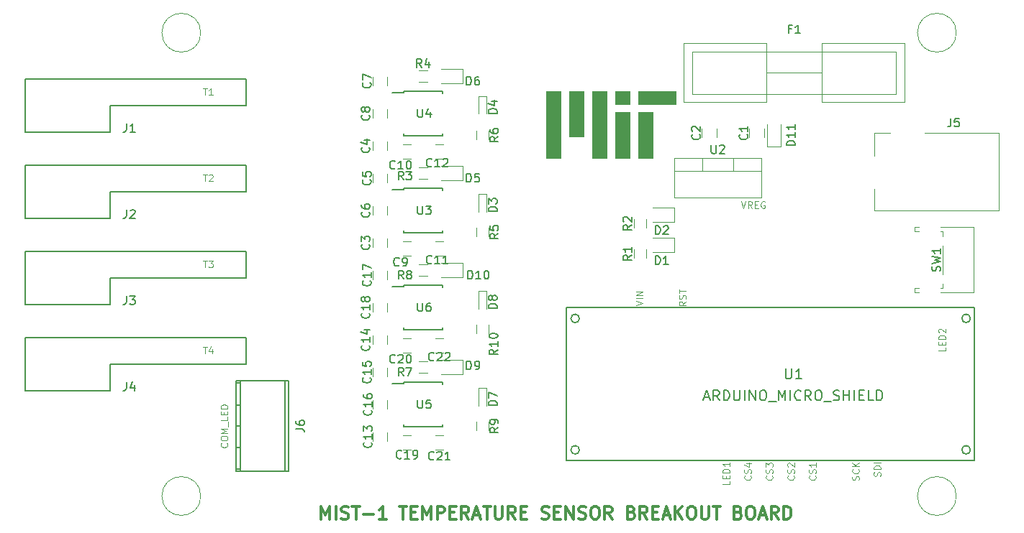
<source format=gbr>
G04 #@! TF.FileFunction,Legend,Top*
%FSLAX46Y46*%
G04 Gerber Fmt 4.6, Leading zero omitted, Abs format (unit mm)*
G04 Created by KiCad (PCBNEW 4.0.7) date 12/13/17 11:19:57*
%MOMM*%
%LPD*%
G01*
G04 APERTURE LIST*
%ADD10C,0.100000*%
%ADD11C,0.300000*%
%ADD12C,0.120000*%
%ADD13C,0.150000*%
%ADD14C,0.010000*%
G04 APERTURE END LIST*
D10*
X208641905Y-125355238D02*
X208641905Y-125736191D01*
X207841905Y-125736191D01*
X208222857Y-125088572D02*
X208222857Y-124821905D01*
X208641905Y-124707619D02*
X208641905Y-125088572D01*
X207841905Y-125088572D01*
X207841905Y-124707619D01*
X208641905Y-124364762D02*
X207841905Y-124364762D01*
X207841905Y-124174286D01*
X207880000Y-124060000D01*
X207956190Y-123983809D01*
X208032381Y-123945714D01*
X208184762Y-123907619D01*
X208299048Y-123907619D01*
X208451429Y-123945714D01*
X208527619Y-123983809D01*
X208603810Y-124060000D01*
X208641905Y-124174286D01*
X208641905Y-124364762D01*
X207918095Y-123602857D02*
X207880000Y-123564762D01*
X207841905Y-123488571D01*
X207841905Y-123298095D01*
X207880000Y-123221905D01*
X207918095Y-123183809D01*
X207994286Y-123145714D01*
X208070476Y-123145714D01*
X208184762Y-123183809D01*
X208641905Y-123640952D01*
X208641905Y-123145714D01*
X172218405Y-120383190D02*
X173018405Y-120116523D01*
X172218405Y-119849856D01*
X173018405Y-119583190D02*
X172218405Y-119583190D01*
X173018405Y-119202238D02*
X172218405Y-119202238D01*
X173018405Y-118745095D01*
X172218405Y-118745095D01*
X178098405Y-119945095D02*
X177717452Y-120211762D01*
X178098405Y-120402238D02*
X177298405Y-120402238D01*
X177298405Y-120097476D01*
X177336500Y-120021285D01*
X177374595Y-119983190D01*
X177450786Y-119945095D01*
X177565071Y-119945095D01*
X177641262Y-119983190D01*
X177679357Y-120021285D01*
X177717452Y-120097476D01*
X177717452Y-120402238D01*
X178060310Y-119640333D02*
X178098405Y-119526047D01*
X178098405Y-119335571D01*
X178060310Y-119259381D01*
X178022214Y-119221285D01*
X177946024Y-119183190D01*
X177869833Y-119183190D01*
X177793643Y-119221285D01*
X177755548Y-119259381D01*
X177717452Y-119335571D01*
X177679357Y-119487952D01*
X177641262Y-119564143D01*
X177603167Y-119602238D01*
X177526976Y-119640333D01*
X177450786Y-119640333D01*
X177374595Y-119602238D01*
X177336500Y-119564143D01*
X177298405Y-119487952D01*
X177298405Y-119297476D01*
X177336500Y-119183190D01*
X177298405Y-118954619D02*
X177298405Y-118497476D01*
X178098405Y-118726047D02*
X177298405Y-118726047D01*
X183241905Y-141103238D02*
X183241905Y-141484191D01*
X182441905Y-141484191D01*
X182822857Y-140836572D02*
X182822857Y-140569905D01*
X183241905Y-140455619D02*
X183241905Y-140836572D01*
X182441905Y-140836572D01*
X182441905Y-140455619D01*
X183241905Y-140112762D02*
X182441905Y-140112762D01*
X182441905Y-139922286D01*
X182480000Y-139808000D01*
X182556190Y-139731809D01*
X182632381Y-139693714D01*
X182784762Y-139655619D01*
X182899048Y-139655619D01*
X183051429Y-139693714D01*
X183127619Y-139731809D01*
X183203810Y-139808000D01*
X183241905Y-139922286D01*
X183241905Y-140112762D01*
X183241905Y-138893714D02*
X183241905Y-139350857D01*
X183241905Y-139122286D02*
X182441905Y-139122286D01*
X182556190Y-139198476D01*
X182632381Y-139274667D01*
X182670476Y-139350857D01*
X200983810Y-140519047D02*
X201021905Y-140404761D01*
X201021905Y-140214285D01*
X200983810Y-140138095D01*
X200945714Y-140099999D01*
X200869524Y-140061904D01*
X200793333Y-140061904D01*
X200717143Y-140099999D01*
X200679048Y-140138095D01*
X200640952Y-140214285D01*
X200602857Y-140366666D01*
X200564762Y-140442857D01*
X200526667Y-140480952D01*
X200450476Y-140519047D01*
X200374286Y-140519047D01*
X200298095Y-140480952D01*
X200260000Y-140442857D01*
X200221905Y-140366666D01*
X200221905Y-140176190D01*
X200260000Y-140061904D01*
X201021905Y-139719047D02*
X200221905Y-139719047D01*
X200221905Y-139528571D01*
X200260000Y-139414285D01*
X200336190Y-139338094D01*
X200412381Y-139299999D01*
X200564762Y-139261904D01*
X200679048Y-139261904D01*
X200831429Y-139299999D01*
X200907619Y-139338094D01*
X200983810Y-139414285D01*
X201021905Y-139528571D01*
X201021905Y-139719047D01*
X201021905Y-138919047D02*
X200221905Y-138919047D01*
X198443810Y-140982571D02*
X198481905Y-140868285D01*
X198481905Y-140677809D01*
X198443810Y-140601619D01*
X198405714Y-140563523D01*
X198329524Y-140525428D01*
X198253333Y-140525428D01*
X198177143Y-140563523D01*
X198139048Y-140601619D01*
X198100952Y-140677809D01*
X198062857Y-140830190D01*
X198024762Y-140906381D01*
X197986667Y-140944476D01*
X197910476Y-140982571D01*
X197834286Y-140982571D01*
X197758095Y-140944476D01*
X197720000Y-140906381D01*
X197681905Y-140830190D01*
X197681905Y-140639714D01*
X197720000Y-140525428D01*
X198405714Y-139725428D02*
X198443810Y-139763523D01*
X198481905Y-139877809D01*
X198481905Y-139953999D01*
X198443810Y-140068285D01*
X198367619Y-140144476D01*
X198291429Y-140182571D01*
X198139048Y-140220666D01*
X198024762Y-140220666D01*
X197872381Y-140182571D01*
X197796190Y-140144476D01*
X197720000Y-140068285D01*
X197681905Y-139953999D01*
X197681905Y-139877809D01*
X197720000Y-139763523D01*
X197758095Y-139725428D01*
X198481905Y-139382571D02*
X197681905Y-139382571D01*
X198481905Y-138925428D02*
X198024762Y-139268285D01*
X197681905Y-138925428D02*
X198139048Y-139382571D01*
X193325714Y-140468286D02*
X193363810Y-140506381D01*
X193401905Y-140620667D01*
X193401905Y-140696857D01*
X193363810Y-140811143D01*
X193287619Y-140887334D01*
X193211429Y-140925429D01*
X193059048Y-140963524D01*
X192944762Y-140963524D01*
X192792381Y-140925429D01*
X192716190Y-140887334D01*
X192640000Y-140811143D01*
X192601905Y-140696857D01*
X192601905Y-140620667D01*
X192640000Y-140506381D01*
X192678095Y-140468286D01*
X193363810Y-140163524D02*
X193401905Y-140049238D01*
X193401905Y-139858762D01*
X193363810Y-139782572D01*
X193325714Y-139744476D01*
X193249524Y-139706381D01*
X193173333Y-139706381D01*
X193097143Y-139744476D01*
X193059048Y-139782572D01*
X193020952Y-139858762D01*
X192982857Y-140011143D01*
X192944762Y-140087334D01*
X192906667Y-140125429D01*
X192830476Y-140163524D01*
X192754286Y-140163524D01*
X192678095Y-140125429D01*
X192640000Y-140087334D01*
X192601905Y-140011143D01*
X192601905Y-139820667D01*
X192640000Y-139706381D01*
X193401905Y-138944476D02*
X193401905Y-139401619D01*
X193401905Y-139173048D02*
X192601905Y-139173048D01*
X192716190Y-139249238D01*
X192792381Y-139325429D01*
X192830476Y-139401619D01*
X190785714Y-140468286D02*
X190823810Y-140506381D01*
X190861905Y-140620667D01*
X190861905Y-140696857D01*
X190823810Y-140811143D01*
X190747619Y-140887334D01*
X190671429Y-140925429D01*
X190519048Y-140963524D01*
X190404762Y-140963524D01*
X190252381Y-140925429D01*
X190176190Y-140887334D01*
X190100000Y-140811143D01*
X190061905Y-140696857D01*
X190061905Y-140620667D01*
X190100000Y-140506381D01*
X190138095Y-140468286D01*
X190823810Y-140163524D02*
X190861905Y-140049238D01*
X190861905Y-139858762D01*
X190823810Y-139782572D01*
X190785714Y-139744476D01*
X190709524Y-139706381D01*
X190633333Y-139706381D01*
X190557143Y-139744476D01*
X190519048Y-139782572D01*
X190480952Y-139858762D01*
X190442857Y-140011143D01*
X190404762Y-140087334D01*
X190366667Y-140125429D01*
X190290476Y-140163524D01*
X190214286Y-140163524D01*
X190138095Y-140125429D01*
X190100000Y-140087334D01*
X190061905Y-140011143D01*
X190061905Y-139820667D01*
X190100000Y-139706381D01*
X190138095Y-139401619D02*
X190100000Y-139363524D01*
X190061905Y-139287333D01*
X190061905Y-139096857D01*
X190100000Y-139020667D01*
X190138095Y-138982571D01*
X190214286Y-138944476D01*
X190290476Y-138944476D01*
X190404762Y-138982571D01*
X190861905Y-139439714D01*
X190861905Y-138944476D01*
X188245714Y-140468286D02*
X188283810Y-140506381D01*
X188321905Y-140620667D01*
X188321905Y-140696857D01*
X188283810Y-140811143D01*
X188207619Y-140887334D01*
X188131429Y-140925429D01*
X187979048Y-140963524D01*
X187864762Y-140963524D01*
X187712381Y-140925429D01*
X187636190Y-140887334D01*
X187560000Y-140811143D01*
X187521905Y-140696857D01*
X187521905Y-140620667D01*
X187560000Y-140506381D01*
X187598095Y-140468286D01*
X188283810Y-140163524D02*
X188321905Y-140049238D01*
X188321905Y-139858762D01*
X188283810Y-139782572D01*
X188245714Y-139744476D01*
X188169524Y-139706381D01*
X188093333Y-139706381D01*
X188017143Y-139744476D01*
X187979048Y-139782572D01*
X187940952Y-139858762D01*
X187902857Y-140011143D01*
X187864762Y-140087334D01*
X187826667Y-140125429D01*
X187750476Y-140163524D01*
X187674286Y-140163524D01*
X187598095Y-140125429D01*
X187560000Y-140087334D01*
X187521905Y-140011143D01*
X187521905Y-139820667D01*
X187560000Y-139706381D01*
X187521905Y-139439714D02*
X187521905Y-138944476D01*
X187826667Y-139211143D01*
X187826667Y-139096857D01*
X187864762Y-139020667D01*
X187902857Y-138982571D01*
X187979048Y-138944476D01*
X188169524Y-138944476D01*
X188245714Y-138982571D01*
X188283810Y-139020667D01*
X188321905Y-139096857D01*
X188321905Y-139325429D01*
X188283810Y-139401619D01*
X188245714Y-139439714D01*
X185705714Y-140468286D02*
X185743810Y-140506381D01*
X185781905Y-140620667D01*
X185781905Y-140696857D01*
X185743810Y-140811143D01*
X185667619Y-140887334D01*
X185591429Y-140925429D01*
X185439048Y-140963524D01*
X185324762Y-140963524D01*
X185172381Y-140925429D01*
X185096190Y-140887334D01*
X185020000Y-140811143D01*
X184981905Y-140696857D01*
X184981905Y-140620667D01*
X185020000Y-140506381D01*
X185058095Y-140468286D01*
X185743810Y-140163524D02*
X185781905Y-140049238D01*
X185781905Y-139858762D01*
X185743810Y-139782572D01*
X185705714Y-139744476D01*
X185629524Y-139706381D01*
X185553333Y-139706381D01*
X185477143Y-139744476D01*
X185439048Y-139782572D01*
X185400952Y-139858762D01*
X185362857Y-140011143D01*
X185324762Y-140087334D01*
X185286667Y-140125429D01*
X185210476Y-140163524D01*
X185134286Y-140163524D01*
X185058095Y-140125429D01*
X185020000Y-140087334D01*
X184981905Y-140011143D01*
X184981905Y-139820667D01*
X185020000Y-139706381D01*
X185248571Y-139020667D02*
X185781905Y-139020667D01*
X184943810Y-139211143D02*
X185515238Y-139401619D01*
X185515238Y-138906381D01*
X184626428Y-108146905D02*
X184893095Y-108946905D01*
X185159762Y-108146905D01*
X185883571Y-108946905D02*
X185616904Y-108565952D01*
X185426428Y-108946905D02*
X185426428Y-108146905D01*
X185731190Y-108146905D01*
X185807381Y-108185000D01*
X185845476Y-108223095D01*
X185883571Y-108299286D01*
X185883571Y-108413571D01*
X185845476Y-108489762D01*
X185807381Y-108527857D01*
X185731190Y-108565952D01*
X185426428Y-108565952D01*
X186226428Y-108527857D02*
X186493095Y-108527857D01*
X186607381Y-108946905D02*
X186226428Y-108946905D01*
X186226428Y-108146905D01*
X186607381Y-108146905D01*
X187369286Y-108185000D02*
X187293095Y-108146905D01*
X187178810Y-108146905D01*
X187064524Y-108185000D01*
X186988333Y-108261190D01*
X186950238Y-108337381D01*
X186912143Y-108489762D01*
X186912143Y-108604048D01*
X186950238Y-108756429D01*
X186988333Y-108832619D01*
X187064524Y-108908810D01*
X187178810Y-108946905D01*
X187255000Y-108946905D01*
X187369286Y-108908810D01*
X187407381Y-108870714D01*
X187407381Y-108604048D01*
X187255000Y-108604048D01*
X121310476Y-125291905D02*
X121767619Y-125291905D01*
X121539048Y-126091905D02*
X121539048Y-125291905D01*
X122377143Y-125558571D02*
X122377143Y-126091905D01*
X122186667Y-125253810D02*
X121996191Y-125825238D01*
X122491429Y-125825238D01*
X121310476Y-115131905D02*
X121767619Y-115131905D01*
X121539048Y-115931905D02*
X121539048Y-115131905D01*
X121958096Y-115131905D02*
X122453334Y-115131905D01*
X122186667Y-115436667D01*
X122300953Y-115436667D01*
X122377143Y-115474762D01*
X122415239Y-115512857D01*
X122453334Y-115589048D01*
X122453334Y-115779524D01*
X122415239Y-115855714D01*
X122377143Y-115893810D01*
X122300953Y-115931905D01*
X122072381Y-115931905D01*
X121996191Y-115893810D01*
X121958096Y-115855714D01*
X121310476Y-104971905D02*
X121767619Y-104971905D01*
X121539048Y-105771905D02*
X121539048Y-104971905D01*
X121996191Y-105048095D02*
X122034286Y-105010000D01*
X122110477Y-104971905D01*
X122300953Y-104971905D01*
X122377143Y-105010000D01*
X122415239Y-105048095D01*
X122453334Y-105124286D01*
X122453334Y-105200476D01*
X122415239Y-105314762D01*
X121958096Y-105771905D01*
X122453334Y-105771905D01*
X121310476Y-94811905D02*
X121767619Y-94811905D01*
X121539048Y-95611905D02*
X121539048Y-94811905D01*
X122453334Y-95611905D02*
X121996191Y-95611905D01*
X122224762Y-95611905D02*
X122224762Y-94811905D01*
X122148572Y-94926190D01*
X122072381Y-95002381D01*
X121996191Y-95040476D01*
X124110714Y-136639048D02*
X124148810Y-136677143D01*
X124186905Y-136791429D01*
X124186905Y-136867619D01*
X124148810Y-136981905D01*
X124072619Y-137058096D01*
X123996429Y-137096191D01*
X123844048Y-137134286D01*
X123729762Y-137134286D01*
X123577381Y-137096191D01*
X123501190Y-137058096D01*
X123425000Y-136981905D01*
X123386905Y-136867619D01*
X123386905Y-136791429D01*
X123425000Y-136677143D01*
X123463095Y-136639048D01*
X123386905Y-136143810D02*
X123386905Y-135991429D01*
X123425000Y-135915238D01*
X123501190Y-135839048D01*
X123653571Y-135800953D01*
X123920238Y-135800953D01*
X124072619Y-135839048D01*
X124148810Y-135915238D01*
X124186905Y-135991429D01*
X124186905Y-136143810D01*
X124148810Y-136220000D01*
X124072619Y-136296191D01*
X123920238Y-136334286D01*
X123653571Y-136334286D01*
X123501190Y-136296191D01*
X123425000Y-136220000D01*
X123386905Y-136143810D01*
X124186905Y-135458096D02*
X123386905Y-135458096D01*
X123958333Y-135191429D01*
X123386905Y-134924762D01*
X124186905Y-134924762D01*
X124263095Y-134734286D02*
X124263095Y-134124762D01*
X124186905Y-133553333D02*
X124186905Y-133934286D01*
X123386905Y-133934286D01*
X123767857Y-133286667D02*
X123767857Y-133020000D01*
X124186905Y-132905714D02*
X124186905Y-133286667D01*
X123386905Y-133286667D01*
X123386905Y-132905714D01*
X124186905Y-132562857D02*
X123386905Y-132562857D01*
X123386905Y-132372381D01*
X123425000Y-132258095D01*
X123501190Y-132181904D01*
X123577381Y-132143809D01*
X123729762Y-132105714D01*
X123844048Y-132105714D01*
X123996429Y-132143809D01*
X124072619Y-132181904D01*
X124148810Y-132258095D01*
X124186905Y-132372381D01*
X124186905Y-132562857D01*
D11*
X135206857Y-145585571D02*
X135206857Y-144085571D01*
X135706857Y-145157000D01*
X136206857Y-144085571D01*
X136206857Y-145585571D01*
X136921143Y-145585571D02*
X136921143Y-144085571D01*
X137564000Y-145514143D02*
X137778286Y-145585571D01*
X138135429Y-145585571D01*
X138278286Y-145514143D01*
X138349715Y-145442714D01*
X138421143Y-145299857D01*
X138421143Y-145157000D01*
X138349715Y-145014143D01*
X138278286Y-144942714D01*
X138135429Y-144871286D01*
X137849715Y-144799857D01*
X137706857Y-144728429D01*
X137635429Y-144657000D01*
X137564000Y-144514143D01*
X137564000Y-144371286D01*
X137635429Y-144228429D01*
X137706857Y-144157000D01*
X137849715Y-144085571D01*
X138206857Y-144085571D01*
X138421143Y-144157000D01*
X138849714Y-144085571D02*
X139706857Y-144085571D01*
X139278286Y-145585571D02*
X139278286Y-144085571D01*
X140206857Y-145014143D02*
X141349714Y-145014143D01*
X142849714Y-145585571D02*
X141992571Y-145585571D01*
X142421143Y-145585571D02*
X142421143Y-144085571D01*
X142278286Y-144299857D01*
X142135428Y-144442714D01*
X141992571Y-144514143D01*
X144421142Y-144085571D02*
X145278285Y-144085571D01*
X144849714Y-145585571D02*
X144849714Y-144085571D01*
X145778285Y-144799857D02*
X146278285Y-144799857D01*
X146492571Y-145585571D02*
X145778285Y-145585571D01*
X145778285Y-144085571D01*
X146492571Y-144085571D01*
X147135428Y-145585571D02*
X147135428Y-144085571D01*
X147635428Y-145157000D01*
X148135428Y-144085571D01*
X148135428Y-145585571D01*
X148849714Y-145585571D02*
X148849714Y-144085571D01*
X149421142Y-144085571D01*
X149564000Y-144157000D01*
X149635428Y-144228429D01*
X149706857Y-144371286D01*
X149706857Y-144585571D01*
X149635428Y-144728429D01*
X149564000Y-144799857D01*
X149421142Y-144871286D01*
X148849714Y-144871286D01*
X150349714Y-144799857D02*
X150849714Y-144799857D01*
X151064000Y-145585571D02*
X150349714Y-145585571D01*
X150349714Y-144085571D01*
X151064000Y-144085571D01*
X152564000Y-145585571D02*
X152064000Y-144871286D01*
X151706857Y-145585571D02*
X151706857Y-144085571D01*
X152278285Y-144085571D01*
X152421143Y-144157000D01*
X152492571Y-144228429D01*
X152564000Y-144371286D01*
X152564000Y-144585571D01*
X152492571Y-144728429D01*
X152421143Y-144799857D01*
X152278285Y-144871286D01*
X151706857Y-144871286D01*
X153135428Y-145157000D02*
X153849714Y-145157000D01*
X152992571Y-145585571D02*
X153492571Y-144085571D01*
X153992571Y-145585571D01*
X154278285Y-144085571D02*
X155135428Y-144085571D01*
X154706857Y-145585571D02*
X154706857Y-144085571D01*
X155635428Y-144085571D02*
X155635428Y-145299857D01*
X155706856Y-145442714D01*
X155778285Y-145514143D01*
X155921142Y-145585571D01*
X156206856Y-145585571D01*
X156349714Y-145514143D01*
X156421142Y-145442714D01*
X156492571Y-145299857D01*
X156492571Y-144085571D01*
X158064000Y-145585571D02*
X157564000Y-144871286D01*
X157206857Y-145585571D02*
X157206857Y-144085571D01*
X157778285Y-144085571D01*
X157921143Y-144157000D01*
X157992571Y-144228429D01*
X158064000Y-144371286D01*
X158064000Y-144585571D01*
X157992571Y-144728429D01*
X157921143Y-144799857D01*
X157778285Y-144871286D01*
X157206857Y-144871286D01*
X158706857Y-144799857D02*
X159206857Y-144799857D01*
X159421143Y-145585571D02*
X158706857Y-145585571D01*
X158706857Y-144085571D01*
X159421143Y-144085571D01*
X161135428Y-145514143D02*
X161349714Y-145585571D01*
X161706857Y-145585571D01*
X161849714Y-145514143D01*
X161921143Y-145442714D01*
X161992571Y-145299857D01*
X161992571Y-145157000D01*
X161921143Y-145014143D01*
X161849714Y-144942714D01*
X161706857Y-144871286D01*
X161421143Y-144799857D01*
X161278285Y-144728429D01*
X161206857Y-144657000D01*
X161135428Y-144514143D01*
X161135428Y-144371286D01*
X161206857Y-144228429D01*
X161278285Y-144157000D01*
X161421143Y-144085571D01*
X161778285Y-144085571D01*
X161992571Y-144157000D01*
X162635428Y-144799857D02*
X163135428Y-144799857D01*
X163349714Y-145585571D02*
X162635428Y-145585571D01*
X162635428Y-144085571D01*
X163349714Y-144085571D01*
X163992571Y-145585571D02*
X163992571Y-144085571D01*
X164849714Y-145585571D01*
X164849714Y-144085571D01*
X165492571Y-145514143D02*
X165706857Y-145585571D01*
X166064000Y-145585571D01*
X166206857Y-145514143D01*
X166278286Y-145442714D01*
X166349714Y-145299857D01*
X166349714Y-145157000D01*
X166278286Y-145014143D01*
X166206857Y-144942714D01*
X166064000Y-144871286D01*
X165778286Y-144799857D01*
X165635428Y-144728429D01*
X165564000Y-144657000D01*
X165492571Y-144514143D01*
X165492571Y-144371286D01*
X165564000Y-144228429D01*
X165635428Y-144157000D01*
X165778286Y-144085571D01*
X166135428Y-144085571D01*
X166349714Y-144157000D01*
X167278285Y-144085571D02*
X167563999Y-144085571D01*
X167706857Y-144157000D01*
X167849714Y-144299857D01*
X167921142Y-144585571D01*
X167921142Y-145085571D01*
X167849714Y-145371286D01*
X167706857Y-145514143D01*
X167563999Y-145585571D01*
X167278285Y-145585571D01*
X167135428Y-145514143D01*
X166992571Y-145371286D01*
X166921142Y-145085571D01*
X166921142Y-144585571D01*
X166992571Y-144299857D01*
X167135428Y-144157000D01*
X167278285Y-144085571D01*
X169421143Y-145585571D02*
X168921143Y-144871286D01*
X168564000Y-145585571D02*
X168564000Y-144085571D01*
X169135428Y-144085571D01*
X169278286Y-144157000D01*
X169349714Y-144228429D01*
X169421143Y-144371286D01*
X169421143Y-144585571D01*
X169349714Y-144728429D01*
X169278286Y-144799857D01*
X169135428Y-144871286D01*
X168564000Y-144871286D01*
X171706857Y-144799857D02*
X171921143Y-144871286D01*
X171992571Y-144942714D01*
X172064000Y-145085571D01*
X172064000Y-145299857D01*
X171992571Y-145442714D01*
X171921143Y-145514143D01*
X171778285Y-145585571D01*
X171206857Y-145585571D01*
X171206857Y-144085571D01*
X171706857Y-144085571D01*
X171849714Y-144157000D01*
X171921143Y-144228429D01*
X171992571Y-144371286D01*
X171992571Y-144514143D01*
X171921143Y-144657000D01*
X171849714Y-144728429D01*
X171706857Y-144799857D01*
X171206857Y-144799857D01*
X173564000Y-145585571D02*
X173064000Y-144871286D01*
X172706857Y-145585571D02*
X172706857Y-144085571D01*
X173278285Y-144085571D01*
X173421143Y-144157000D01*
X173492571Y-144228429D01*
X173564000Y-144371286D01*
X173564000Y-144585571D01*
X173492571Y-144728429D01*
X173421143Y-144799857D01*
X173278285Y-144871286D01*
X172706857Y-144871286D01*
X174206857Y-144799857D02*
X174706857Y-144799857D01*
X174921143Y-145585571D02*
X174206857Y-145585571D01*
X174206857Y-144085571D01*
X174921143Y-144085571D01*
X175492571Y-145157000D02*
X176206857Y-145157000D01*
X175349714Y-145585571D02*
X175849714Y-144085571D01*
X176349714Y-145585571D01*
X176849714Y-145585571D02*
X176849714Y-144085571D01*
X177706857Y-145585571D02*
X177064000Y-144728429D01*
X177706857Y-144085571D02*
X176849714Y-144942714D01*
X178635428Y-144085571D02*
X178921142Y-144085571D01*
X179064000Y-144157000D01*
X179206857Y-144299857D01*
X179278285Y-144585571D01*
X179278285Y-145085571D01*
X179206857Y-145371286D01*
X179064000Y-145514143D01*
X178921142Y-145585571D01*
X178635428Y-145585571D01*
X178492571Y-145514143D01*
X178349714Y-145371286D01*
X178278285Y-145085571D01*
X178278285Y-144585571D01*
X178349714Y-144299857D01*
X178492571Y-144157000D01*
X178635428Y-144085571D01*
X179921143Y-144085571D02*
X179921143Y-145299857D01*
X179992571Y-145442714D01*
X180064000Y-145514143D01*
X180206857Y-145585571D01*
X180492571Y-145585571D01*
X180635429Y-145514143D01*
X180706857Y-145442714D01*
X180778286Y-145299857D01*
X180778286Y-144085571D01*
X181278286Y-144085571D02*
X182135429Y-144085571D01*
X181706858Y-145585571D02*
X181706858Y-144085571D01*
X184278286Y-144799857D02*
X184492572Y-144871286D01*
X184564000Y-144942714D01*
X184635429Y-145085571D01*
X184635429Y-145299857D01*
X184564000Y-145442714D01*
X184492572Y-145514143D01*
X184349714Y-145585571D01*
X183778286Y-145585571D01*
X183778286Y-144085571D01*
X184278286Y-144085571D01*
X184421143Y-144157000D01*
X184492572Y-144228429D01*
X184564000Y-144371286D01*
X184564000Y-144514143D01*
X184492572Y-144657000D01*
X184421143Y-144728429D01*
X184278286Y-144799857D01*
X183778286Y-144799857D01*
X185564000Y-144085571D02*
X185849714Y-144085571D01*
X185992572Y-144157000D01*
X186135429Y-144299857D01*
X186206857Y-144585571D01*
X186206857Y-145085571D01*
X186135429Y-145371286D01*
X185992572Y-145514143D01*
X185849714Y-145585571D01*
X185564000Y-145585571D01*
X185421143Y-145514143D01*
X185278286Y-145371286D01*
X185206857Y-145085571D01*
X185206857Y-144585571D01*
X185278286Y-144299857D01*
X185421143Y-144157000D01*
X185564000Y-144085571D01*
X186778286Y-145157000D02*
X187492572Y-145157000D01*
X186635429Y-145585571D02*
X187135429Y-144085571D01*
X187635429Y-145585571D01*
X188992572Y-145585571D02*
X188492572Y-144871286D01*
X188135429Y-145585571D02*
X188135429Y-144085571D01*
X188706857Y-144085571D01*
X188849715Y-144157000D01*
X188921143Y-144228429D01*
X188992572Y-144371286D01*
X188992572Y-144585571D01*
X188921143Y-144728429D01*
X188849715Y-144799857D01*
X188706857Y-144871286D01*
X188135429Y-144871286D01*
X189635429Y-145585571D02*
X189635429Y-144085571D01*
X189992572Y-144085571D01*
X190206857Y-144157000D01*
X190349715Y-144299857D01*
X190421143Y-144442714D01*
X190492572Y-144728429D01*
X190492572Y-144942714D01*
X190421143Y-145228429D01*
X190349715Y-145371286D01*
X190206857Y-145514143D01*
X189992572Y-145585571D01*
X189635429Y-145585571D01*
D12*
X209931000Y-142875000D02*
G75*
G03X209931000Y-142875000I-2286000J0D01*
G01*
X121031000Y-142875000D02*
G75*
G03X121031000Y-142875000I-2286000J0D01*
G01*
X121031000Y-88265000D02*
G75*
G03X121031000Y-88265000I-2286000J0D01*
G01*
X194098000Y-92964000D02*
X187598000Y-92964000D01*
X194098000Y-89464000D02*
X194098000Y-96464000D01*
X202848000Y-96464000D02*
X194098000Y-96464000D01*
X202848000Y-89464000D02*
X194098000Y-89464000D01*
X180098000Y-95464000D02*
X178848000Y-95464000D01*
X180348000Y-90464000D02*
X178848000Y-90464000D01*
X192348000Y-95464000D02*
X180098000Y-95464000D01*
X192098000Y-90464000D02*
X180348000Y-90464000D01*
X202848000Y-95464000D02*
X192348000Y-95464000D01*
X202848000Y-90464000D02*
X192098000Y-90464000D01*
X202848000Y-90464000D02*
X202848000Y-95464000D01*
X203848000Y-89464000D02*
X202848000Y-89464000D01*
X203848000Y-89464000D02*
X203848000Y-96464000D01*
X203848000Y-96464000D02*
X202848000Y-96464000D01*
X178848000Y-90464000D02*
X178848000Y-95464000D01*
X187598000Y-89464000D02*
X177848000Y-89464000D01*
X177848000Y-89464000D02*
X177848000Y-96464000D01*
X187598000Y-96464000D02*
X177848000Y-96464000D01*
X187598000Y-89464000D02*
X187598000Y-96464000D01*
D13*
X144868000Y-129455000D02*
X144868000Y-129580000D01*
X149518000Y-129455000D02*
X149518000Y-129680000D01*
X149518000Y-134705000D02*
X149518000Y-134480000D01*
X144868000Y-134705000D02*
X144868000Y-134480000D01*
X144868000Y-129455000D02*
X149518000Y-129455000D01*
X144868000Y-134705000D02*
X149518000Y-134705000D01*
X144868000Y-129580000D02*
X143518000Y-129580000D01*
D12*
X185586000Y-99576000D02*
X185586000Y-100576000D01*
X187286000Y-100576000D02*
X187286000Y-99576000D01*
X179998000Y-99576000D02*
X179998000Y-100576000D01*
X181698000Y-100576000D02*
X181698000Y-99576000D01*
X142963000Y-113530000D02*
X142963000Y-112530000D01*
X141263000Y-112530000D02*
X141263000Y-113530000D01*
X142963000Y-102100000D02*
X142963000Y-101100000D01*
X141263000Y-101100000D02*
X141263000Y-102100000D01*
X141263000Y-104910000D02*
X141263000Y-105910000D01*
X142963000Y-105910000D02*
X142963000Y-104910000D01*
X142963000Y-109720000D02*
X142963000Y-108720000D01*
X141263000Y-108720000D02*
X141263000Y-109720000D01*
X141263000Y-93480000D02*
X141263000Y-94480000D01*
X142963000Y-94480000D02*
X142963000Y-93480000D01*
X142963000Y-98290000D02*
X142963000Y-97290000D01*
X141263000Y-97290000D02*
X141263000Y-98290000D01*
X144788000Y-114515000D02*
X145788000Y-114515000D01*
X145788000Y-112815000D02*
X144788000Y-112815000D01*
X144788000Y-103085000D02*
X145788000Y-103085000D01*
X145788000Y-101385000D02*
X144788000Y-101385000D01*
X149598000Y-112815000D02*
X148598000Y-112815000D01*
X148598000Y-114515000D02*
X149598000Y-114515000D01*
X149598000Y-101385000D02*
X148598000Y-101385000D01*
X148598000Y-103085000D02*
X149598000Y-103085000D01*
X142963000Y-136390000D02*
X142963000Y-135390000D01*
X141263000Y-135390000D02*
X141263000Y-136390000D01*
X142963000Y-124960000D02*
X142963000Y-123960000D01*
X141263000Y-123960000D02*
X141263000Y-124960000D01*
X141263000Y-127770000D02*
X141263000Y-128770000D01*
X142963000Y-128770000D02*
X142963000Y-127770000D01*
X142963000Y-132580000D02*
X142963000Y-131580000D01*
X141263000Y-131580000D02*
X141263000Y-132580000D01*
X141263000Y-116340000D02*
X141263000Y-117340000D01*
X142963000Y-117340000D02*
X142963000Y-116340000D01*
X142963000Y-121150000D02*
X142963000Y-120150000D01*
X141263000Y-120150000D02*
X141263000Y-121150000D01*
X144788000Y-137375000D02*
X145788000Y-137375000D01*
X145788000Y-135675000D02*
X144788000Y-135675000D01*
X144788000Y-125945000D02*
X145788000Y-125945000D01*
X145788000Y-124245000D02*
X144788000Y-124245000D01*
X149598000Y-135675000D02*
X148598000Y-135675000D01*
X148598000Y-137375000D02*
X149598000Y-137375000D01*
X149598000Y-124245000D02*
X148598000Y-124245000D01*
X148598000Y-125945000D02*
X149598000Y-125945000D01*
X176760000Y-114134000D02*
X176760000Y-112434000D01*
X176760000Y-112434000D02*
X174210000Y-112434000D01*
X176760000Y-114134000D02*
X174210000Y-114134000D01*
X176760000Y-110578000D02*
X176760000Y-108878000D01*
X176760000Y-108878000D02*
X174210000Y-108878000D01*
X176760000Y-110578000D02*
X174210000Y-110578000D01*
X151868000Y-105625000D02*
X151868000Y-103925000D01*
X151868000Y-103925000D02*
X149318000Y-103925000D01*
X151868000Y-105625000D02*
X149318000Y-105625000D01*
X151868000Y-94195000D02*
X151868000Y-92495000D01*
X151868000Y-92495000D02*
X149318000Y-92495000D01*
X151868000Y-94195000D02*
X149318000Y-94195000D01*
X151868000Y-128485000D02*
X151868000Y-126785000D01*
X151868000Y-126785000D02*
X149318000Y-126785000D01*
X151868000Y-128485000D02*
X149318000Y-128485000D01*
X151868000Y-117055000D02*
X151868000Y-115355000D01*
X151868000Y-115355000D02*
X149318000Y-115355000D01*
X151868000Y-117055000D02*
X149318000Y-117055000D01*
X187668000Y-101676000D02*
X189268000Y-101676000D01*
X189268000Y-101676000D02*
X189268000Y-99076000D01*
X187668000Y-101676000D02*
X187668000Y-99076000D01*
X173400000Y-113800000D02*
X173400000Y-114800000D01*
X172040000Y-114800000D02*
X172040000Y-113800000D01*
X173400000Y-110244000D02*
X173400000Y-111244000D01*
X172040000Y-111244000D02*
X172040000Y-110244000D01*
X147693000Y-105455000D02*
X146693000Y-105455000D01*
X146693000Y-104095000D02*
X147693000Y-104095000D01*
X147693000Y-94025000D02*
X146693000Y-94025000D01*
X146693000Y-92665000D02*
X147693000Y-92665000D01*
X154858000Y-111260000D02*
X154858000Y-112260000D01*
X153498000Y-112260000D02*
X153498000Y-111260000D01*
X154858000Y-99830000D02*
X154858000Y-100830000D01*
X153498000Y-100830000D02*
X153498000Y-99830000D01*
X147693000Y-128315000D02*
X146693000Y-128315000D01*
X146693000Y-126955000D02*
X147693000Y-126955000D01*
X147693000Y-116885000D02*
X146693000Y-116885000D01*
X146693000Y-115525000D02*
X147693000Y-115525000D01*
X154858000Y-134120000D02*
X154858000Y-135120000D01*
X153498000Y-135120000D02*
X153498000Y-134120000D01*
X154858000Y-122690000D02*
X154858000Y-123690000D01*
X153498000Y-123690000D02*
X153498000Y-122690000D01*
D13*
X144868000Y-106595000D02*
X144868000Y-106720000D01*
X149518000Y-106595000D02*
X149518000Y-106820000D01*
X149518000Y-111845000D02*
X149518000Y-111620000D01*
X144868000Y-111845000D02*
X144868000Y-111620000D01*
X144868000Y-106595000D02*
X149518000Y-106595000D01*
X144868000Y-111845000D02*
X149518000Y-111845000D01*
X144868000Y-106720000D02*
X143518000Y-106720000D01*
X144868000Y-95165000D02*
X144868000Y-95290000D01*
X149518000Y-95165000D02*
X149518000Y-95390000D01*
X149518000Y-100415000D02*
X149518000Y-100190000D01*
X144868000Y-100415000D02*
X144868000Y-100190000D01*
X144868000Y-95165000D02*
X149518000Y-95165000D01*
X144868000Y-100415000D02*
X149518000Y-100415000D01*
X144868000Y-95290000D02*
X143518000Y-95290000D01*
X144868000Y-118025000D02*
X144868000Y-118150000D01*
X149518000Y-118025000D02*
X149518000Y-118250000D01*
X149518000Y-123275000D02*
X149518000Y-123050000D01*
X144868000Y-123275000D02*
X144868000Y-123050000D01*
X144868000Y-118025000D02*
X149518000Y-118025000D01*
X144868000Y-123275000D02*
X149518000Y-123275000D01*
X144868000Y-118150000D02*
X143518000Y-118150000D01*
D12*
X176744000Y-103044000D02*
X186984000Y-103044000D01*
X176744000Y-107685000D02*
X186984000Y-107685000D01*
X176744000Y-103044000D02*
X176744000Y-107685000D01*
X186984000Y-103044000D02*
X186984000Y-107685000D01*
X176744000Y-104554000D02*
X186984000Y-104554000D01*
X180014000Y-103044000D02*
X180014000Y-104554000D01*
X183715000Y-103044000D02*
X183715000Y-104554000D01*
X206168000Y-100048000D02*
X214968000Y-100048000D01*
X214968000Y-100048000D02*
X214968000Y-109248000D01*
X200268000Y-102748000D02*
X200268000Y-100048000D01*
X200268000Y-100048000D02*
X202168000Y-100048000D01*
X214968000Y-109248000D02*
X200268000Y-109248000D01*
X200268000Y-109248000D02*
X200268000Y-106648000D01*
X208326000Y-111686000D02*
X208096000Y-111686000D01*
X211996000Y-111166000D02*
X211996000Y-118886000D01*
X211996000Y-118886000D02*
X208096000Y-118886000D01*
X204986000Y-111166000D02*
X204986000Y-111686000D01*
X211996000Y-111166000D02*
X208096000Y-111166000D01*
X208326000Y-118366000D02*
X208096000Y-118366000D01*
X205496000Y-111686000D02*
X204986000Y-111686000D01*
X205496000Y-111166000D02*
X204986000Y-111166000D01*
X208326000Y-117826000D02*
X208326000Y-118366000D01*
X205496000Y-118366000D02*
X204986000Y-118366000D01*
X204986000Y-118366000D02*
X204986000Y-118886000D01*
X205496000Y-118886000D02*
X204986000Y-118886000D01*
X208326000Y-111686000D02*
X208326000Y-112226000D01*
X208326000Y-113326000D02*
X208326000Y-116726000D01*
X209931000Y-88265000D02*
G75*
G03X209931000Y-88265000I-2286000J0D01*
G01*
D13*
X110354840Y-107037740D02*
X126354840Y-107037740D01*
X110354840Y-110187740D02*
X110354840Y-107037740D01*
X126354840Y-103887740D02*
X126354840Y-107037740D01*
X100354840Y-103887740D02*
X100354840Y-110187740D01*
X126354840Y-103887740D02*
X100354840Y-103887740D01*
X110354840Y-110187740D02*
X100354840Y-110187740D01*
X110354840Y-117197740D02*
X126354840Y-117197740D01*
X110354840Y-120347740D02*
X110354840Y-117197740D01*
X126354840Y-114047740D02*
X126354840Y-117197740D01*
X100354840Y-114047740D02*
X100354840Y-120347740D01*
X126354840Y-114047740D02*
X100354840Y-114047740D01*
X110354840Y-120347740D02*
X100354840Y-120347740D01*
X110354840Y-127357740D02*
X126354840Y-127357740D01*
X110354840Y-130507740D02*
X110354840Y-127357740D01*
X126354840Y-124207740D02*
X126354840Y-127357740D01*
X100354840Y-124207740D02*
X100354840Y-130507740D01*
X126354840Y-124207740D02*
X100354840Y-124207740D01*
X110354840Y-130507740D02*
X100354840Y-130507740D01*
X110354840Y-96877740D02*
X126354840Y-96877740D01*
X110354840Y-100027740D02*
X110354840Y-96877740D01*
X126354840Y-93727740D02*
X126354840Y-96877740D01*
X100354840Y-93727740D02*
X100354840Y-100027740D01*
X126354840Y-93727740D02*
X100354840Y-93727740D01*
X110354840Y-100027740D02*
X100354840Y-100027740D01*
D12*
X154678000Y-107285000D02*
X153678000Y-107285000D01*
X153678000Y-107285000D02*
X153678000Y-109385000D01*
X154678000Y-107285000D02*
X154678000Y-109385000D01*
X154678000Y-95728000D02*
X153678000Y-95728000D01*
X153678000Y-95728000D02*
X153678000Y-97828000D01*
X154678000Y-95728000D02*
X154678000Y-97828000D01*
X154678000Y-130145000D02*
X153678000Y-130145000D01*
X153678000Y-130145000D02*
X153678000Y-132245000D01*
X154678000Y-130145000D02*
X154678000Y-132245000D01*
X154678000Y-118715000D02*
X153678000Y-118715000D01*
X153678000Y-118715000D02*
X153678000Y-120815000D01*
X154678000Y-118715000D02*
X154678000Y-120815000D01*
D13*
X131368800Y-139920980D02*
X131368800Y-129319020D01*
X130970020Y-129319020D02*
X130970020Y-139920980D01*
X125669040Y-129319020D02*
X125669040Y-139920980D01*
X125171200Y-139920980D02*
X125171200Y-129319020D01*
X125669040Y-137116820D02*
X125171200Y-137116820D01*
X125669040Y-134620000D02*
X125171200Y-134620000D01*
X125171200Y-129522220D02*
X125669040Y-129522220D01*
X125669040Y-139720320D02*
X125171200Y-139720320D01*
X125171200Y-132123180D02*
X125669040Y-132123180D01*
X125171200Y-139918440D02*
X131368800Y-139918440D01*
X131368800Y-129324100D02*
X125171200Y-129324100D01*
D14*
G36*
X163339184Y-102999934D02*
X161670238Y-102999934D01*
X161670238Y-95120067D01*
X163339184Y-95120067D01*
X163339184Y-102999934D01*
X163339184Y-102999934D01*
G37*
X163339184Y-102999934D02*
X161670238Y-102999934D01*
X161670238Y-95120067D01*
X163339184Y-95120067D01*
X163339184Y-102999934D01*
G36*
X168749925Y-102999934D02*
X167080979Y-102999934D01*
X167080979Y-95120067D01*
X168749925Y-95120067D01*
X168749925Y-102999934D01*
X168749925Y-102999934D01*
G37*
X168749925Y-102999934D02*
X167080979Y-102999934D01*
X167080979Y-95120067D01*
X168749925Y-95120067D01*
X168749925Y-102999934D01*
G36*
X171455296Y-102999934D02*
X169786349Y-102999934D01*
X169786349Y-97634918D01*
X171455296Y-97634918D01*
X171455296Y-102999934D01*
X171455296Y-102999934D01*
G37*
X171455296Y-102999934D02*
X169786349Y-102999934D01*
X169786349Y-97634918D01*
X171455296Y-97634918D01*
X171455296Y-102999934D01*
G36*
X174206391Y-102999934D02*
X172537444Y-102999934D01*
X172537444Y-97634918D01*
X174206391Y-97634918D01*
X174206391Y-102999934D01*
X174206391Y-102999934D01*
G37*
X174206391Y-102999934D02*
X172537444Y-102999934D01*
X172537444Y-97634918D01*
X174206391Y-97634918D01*
X174206391Y-102999934D01*
G36*
X166044555Y-100485083D02*
X164375608Y-100485083D01*
X164375608Y-95120067D01*
X166044555Y-95120067D01*
X166044555Y-100485083D01*
X166044555Y-100485083D01*
G37*
X166044555Y-100485083D02*
X164375608Y-100485083D01*
X164375608Y-95120067D01*
X166044555Y-95120067D01*
X166044555Y-100485083D01*
G36*
X171455296Y-96689943D02*
X169786349Y-96689943D01*
X169786349Y-95120067D01*
X171455296Y-95120067D01*
X171455296Y-96689943D01*
X171455296Y-96689943D01*
G37*
X171455296Y-96689943D02*
X169786349Y-96689943D01*
X169786349Y-95120067D01*
X171455296Y-95120067D01*
X171455296Y-96689943D01*
G36*
X176911762Y-96689943D02*
X172537444Y-96689943D01*
X172537444Y-95120067D01*
X176911762Y-95120067D01*
X176911762Y-96689943D01*
X176911762Y-96689943D01*
G37*
X176911762Y-96689943D02*
X172537444Y-96689943D01*
X172537444Y-95120067D01*
X176911762Y-95120067D01*
X176911762Y-96689943D01*
D13*
X165584000Y-137430000D02*
G75*
G03X165584000Y-137430000I-500000J0D01*
G01*
X165584000Y-121938000D02*
G75*
G03X165584000Y-121938000I-500000J0D01*
G01*
X211584000Y-137430000D02*
G75*
G03X211584000Y-137430000I-500000J0D01*
G01*
X211584000Y-121938000D02*
G75*
G03X211584000Y-121938000I-500000J0D01*
G01*
X164084000Y-120684000D02*
X212084000Y-120684000D01*
X212084000Y-120684000D02*
X212084000Y-138684000D01*
X212084000Y-138684000D02*
X164084000Y-138684000D01*
X164084000Y-138684000D02*
X164084000Y-120684000D01*
X190514667Y-87812571D02*
X190181333Y-87812571D01*
X190181333Y-88336381D02*
X190181333Y-87336381D01*
X190657524Y-87336381D01*
X191562286Y-88336381D02*
X190990857Y-88336381D01*
X191276571Y-88336381D02*
X191276571Y-87336381D01*
X191181333Y-87479238D01*
X191086095Y-87574476D01*
X190990857Y-87622095D01*
X146558095Y-131532381D02*
X146558095Y-132341905D01*
X146605714Y-132437143D01*
X146653333Y-132484762D01*
X146748571Y-132532381D01*
X146939048Y-132532381D01*
X147034286Y-132484762D01*
X147081905Y-132437143D01*
X147129524Y-132341905D01*
X147129524Y-131532381D01*
X148081905Y-131532381D02*
X147605714Y-131532381D01*
X147558095Y-132008571D01*
X147605714Y-131960952D01*
X147700952Y-131913333D01*
X147939048Y-131913333D01*
X148034286Y-131960952D01*
X148081905Y-132008571D01*
X148129524Y-132103810D01*
X148129524Y-132341905D01*
X148081905Y-132437143D01*
X148034286Y-132484762D01*
X147939048Y-132532381D01*
X147700952Y-132532381D01*
X147605714Y-132484762D01*
X147558095Y-132437143D01*
X185293143Y-100242666D02*
X185340762Y-100290285D01*
X185388381Y-100433142D01*
X185388381Y-100528380D01*
X185340762Y-100671238D01*
X185245524Y-100766476D01*
X185150286Y-100814095D01*
X184959810Y-100861714D01*
X184816952Y-100861714D01*
X184626476Y-100814095D01*
X184531238Y-100766476D01*
X184436000Y-100671238D01*
X184388381Y-100528380D01*
X184388381Y-100433142D01*
X184436000Y-100290285D01*
X184483619Y-100242666D01*
X185388381Y-99290285D02*
X185388381Y-99861714D01*
X185388381Y-99576000D02*
X184388381Y-99576000D01*
X184531238Y-99671238D01*
X184626476Y-99766476D01*
X184674095Y-99861714D01*
X179705143Y-100242666D02*
X179752762Y-100290285D01*
X179800381Y-100433142D01*
X179800381Y-100528380D01*
X179752762Y-100671238D01*
X179657524Y-100766476D01*
X179562286Y-100814095D01*
X179371810Y-100861714D01*
X179228952Y-100861714D01*
X179038476Y-100814095D01*
X178943238Y-100766476D01*
X178848000Y-100671238D01*
X178800381Y-100528380D01*
X178800381Y-100433142D01*
X178848000Y-100290285D01*
X178895619Y-100242666D01*
X178895619Y-99861714D02*
X178848000Y-99814095D01*
X178800381Y-99718857D01*
X178800381Y-99480761D01*
X178848000Y-99385523D01*
X178895619Y-99337904D01*
X178990857Y-99290285D01*
X179086095Y-99290285D01*
X179228952Y-99337904D01*
X179800381Y-99909333D01*
X179800381Y-99290285D01*
X140819143Y-113196666D02*
X140866762Y-113244285D01*
X140914381Y-113387142D01*
X140914381Y-113482380D01*
X140866762Y-113625238D01*
X140771524Y-113720476D01*
X140676286Y-113768095D01*
X140485810Y-113815714D01*
X140342952Y-113815714D01*
X140152476Y-113768095D01*
X140057238Y-113720476D01*
X139962000Y-113625238D01*
X139914381Y-113482380D01*
X139914381Y-113387142D01*
X139962000Y-113244285D01*
X140009619Y-113196666D01*
X139914381Y-112863333D02*
X139914381Y-112244285D01*
X140295333Y-112577619D01*
X140295333Y-112434761D01*
X140342952Y-112339523D01*
X140390571Y-112291904D01*
X140485810Y-112244285D01*
X140723905Y-112244285D01*
X140819143Y-112291904D01*
X140866762Y-112339523D01*
X140914381Y-112434761D01*
X140914381Y-112720476D01*
X140866762Y-112815714D01*
X140819143Y-112863333D01*
X140819143Y-101766666D02*
X140866762Y-101814285D01*
X140914381Y-101957142D01*
X140914381Y-102052380D01*
X140866762Y-102195238D01*
X140771524Y-102290476D01*
X140676286Y-102338095D01*
X140485810Y-102385714D01*
X140342952Y-102385714D01*
X140152476Y-102338095D01*
X140057238Y-102290476D01*
X139962000Y-102195238D01*
X139914381Y-102052380D01*
X139914381Y-101957142D01*
X139962000Y-101814285D01*
X140009619Y-101766666D01*
X140247714Y-100909523D02*
X140914381Y-100909523D01*
X139866762Y-101147619D02*
X140581048Y-101385714D01*
X140581048Y-100766666D01*
X140970143Y-105576666D02*
X141017762Y-105624285D01*
X141065381Y-105767142D01*
X141065381Y-105862380D01*
X141017762Y-106005238D01*
X140922524Y-106100476D01*
X140827286Y-106148095D01*
X140636810Y-106195714D01*
X140493952Y-106195714D01*
X140303476Y-106148095D01*
X140208238Y-106100476D01*
X140113000Y-106005238D01*
X140065381Y-105862380D01*
X140065381Y-105767142D01*
X140113000Y-105624285D01*
X140160619Y-105576666D01*
X140065381Y-104671904D02*
X140065381Y-105148095D01*
X140541571Y-105195714D01*
X140493952Y-105148095D01*
X140446333Y-105052857D01*
X140446333Y-104814761D01*
X140493952Y-104719523D01*
X140541571Y-104671904D01*
X140636810Y-104624285D01*
X140874905Y-104624285D01*
X140970143Y-104671904D01*
X141017762Y-104719523D01*
X141065381Y-104814761D01*
X141065381Y-105052857D01*
X141017762Y-105148095D01*
X140970143Y-105195714D01*
X140819143Y-109386666D02*
X140866762Y-109434285D01*
X140914381Y-109577142D01*
X140914381Y-109672380D01*
X140866762Y-109815238D01*
X140771524Y-109910476D01*
X140676286Y-109958095D01*
X140485810Y-110005714D01*
X140342952Y-110005714D01*
X140152476Y-109958095D01*
X140057238Y-109910476D01*
X139962000Y-109815238D01*
X139914381Y-109672380D01*
X139914381Y-109577142D01*
X139962000Y-109434285D01*
X140009619Y-109386666D01*
X139914381Y-108529523D02*
X139914381Y-108720000D01*
X139962000Y-108815238D01*
X140009619Y-108862857D01*
X140152476Y-108958095D01*
X140342952Y-109005714D01*
X140723905Y-109005714D01*
X140819143Y-108958095D01*
X140866762Y-108910476D01*
X140914381Y-108815238D01*
X140914381Y-108624761D01*
X140866762Y-108529523D01*
X140819143Y-108481904D01*
X140723905Y-108434285D01*
X140485810Y-108434285D01*
X140390571Y-108481904D01*
X140342952Y-108529523D01*
X140295333Y-108624761D01*
X140295333Y-108815238D01*
X140342952Y-108910476D01*
X140390571Y-108958095D01*
X140485810Y-109005714D01*
X140970143Y-94146666D02*
X141017762Y-94194285D01*
X141065381Y-94337142D01*
X141065381Y-94432380D01*
X141017762Y-94575238D01*
X140922524Y-94670476D01*
X140827286Y-94718095D01*
X140636810Y-94765714D01*
X140493952Y-94765714D01*
X140303476Y-94718095D01*
X140208238Y-94670476D01*
X140113000Y-94575238D01*
X140065381Y-94432380D01*
X140065381Y-94337142D01*
X140113000Y-94194285D01*
X140160619Y-94146666D01*
X140065381Y-93813333D02*
X140065381Y-93146666D01*
X141065381Y-93575238D01*
X140819143Y-97956666D02*
X140866762Y-98004285D01*
X140914381Y-98147142D01*
X140914381Y-98242380D01*
X140866762Y-98385238D01*
X140771524Y-98480476D01*
X140676286Y-98528095D01*
X140485810Y-98575714D01*
X140342952Y-98575714D01*
X140152476Y-98528095D01*
X140057238Y-98480476D01*
X139962000Y-98385238D01*
X139914381Y-98242380D01*
X139914381Y-98147142D01*
X139962000Y-98004285D01*
X140009619Y-97956666D01*
X140342952Y-97385238D02*
X140295333Y-97480476D01*
X140247714Y-97528095D01*
X140152476Y-97575714D01*
X140104857Y-97575714D01*
X140009619Y-97528095D01*
X139962000Y-97480476D01*
X139914381Y-97385238D01*
X139914381Y-97194761D01*
X139962000Y-97099523D01*
X140009619Y-97051904D01*
X140104857Y-97004285D01*
X140152476Y-97004285D01*
X140247714Y-97051904D01*
X140295333Y-97099523D01*
X140342952Y-97194761D01*
X140342952Y-97385238D01*
X140390571Y-97480476D01*
X140438190Y-97528095D01*
X140533429Y-97575714D01*
X140723905Y-97575714D01*
X140819143Y-97528095D01*
X140866762Y-97480476D01*
X140914381Y-97385238D01*
X140914381Y-97194761D01*
X140866762Y-97099523D01*
X140819143Y-97051904D01*
X140723905Y-97004285D01*
X140533429Y-97004285D01*
X140438190Y-97051904D01*
X140390571Y-97099523D01*
X140342952Y-97194761D01*
X144359334Y-115673143D02*
X144311715Y-115720762D01*
X144168858Y-115768381D01*
X144073620Y-115768381D01*
X143930762Y-115720762D01*
X143835524Y-115625524D01*
X143787905Y-115530286D01*
X143740286Y-115339810D01*
X143740286Y-115196952D01*
X143787905Y-115006476D01*
X143835524Y-114911238D01*
X143930762Y-114816000D01*
X144073620Y-114768381D01*
X144168858Y-114768381D01*
X144311715Y-114816000D01*
X144359334Y-114863619D01*
X144835524Y-115768381D02*
X145026000Y-115768381D01*
X145121239Y-115720762D01*
X145168858Y-115673143D01*
X145264096Y-115530286D01*
X145311715Y-115339810D01*
X145311715Y-114958857D01*
X145264096Y-114863619D01*
X145216477Y-114816000D01*
X145121239Y-114768381D01*
X144930762Y-114768381D01*
X144835524Y-114816000D01*
X144787905Y-114863619D01*
X144740286Y-114958857D01*
X144740286Y-115196952D01*
X144787905Y-115292190D01*
X144835524Y-115339810D01*
X144930762Y-115387429D01*
X145121239Y-115387429D01*
X145216477Y-115339810D01*
X145264096Y-115292190D01*
X145311715Y-115196952D01*
X143883143Y-104243143D02*
X143835524Y-104290762D01*
X143692667Y-104338381D01*
X143597429Y-104338381D01*
X143454571Y-104290762D01*
X143359333Y-104195524D01*
X143311714Y-104100286D01*
X143264095Y-103909810D01*
X143264095Y-103766952D01*
X143311714Y-103576476D01*
X143359333Y-103481238D01*
X143454571Y-103386000D01*
X143597429Y-103338381D01*
X143692667Y-103338381D01*
X143835524Y-103386000D01*
X143883143Y-103433619D01*
X144835524Y-104338381D02*
X144264095Y-104338381D01*
X144549809Y-104338381D02*
X144549809Y-103338381D01*
X144454571Y-103481238D01*
X144359333Y-103576476D01*
X144264095Y-103624095D01*
X145454571Y-103338381D02*
X145549810Y-103338381D01*
X145645048Y-103386000D01*
X145692667Y-103433619D01*
X145740286Y-103528857D01*
X145787905Y-103719333D01*
X145787905Y-103957429D01*
X145740286Y-104147905D01*
X145692667Y-104243143D01*
X145645048Y-104290762D01*
X145549810Y-104338381D01*
X145454571Y-104338381D01*
X145359333Y-104290762D01*
X145311714Y-104243143D01*
X145264095Y-104147905D01*
X145216476Y-103957429D01*
X145216476Y-103719333D01*
X145264095Y-103528857D01*
X145311714Y-103433619D01*
X145359333Y-103386000D01*
X145454571Y-103338381D01*
X148201143Y-115419143D02*
X148153524Y-115466762D01*
X148010667Y-115514381D01*
X147915429Y-115514381D01*
X147772571Y-115466762D01*
X147677333Y-115371524D01*
X147629714Y-115276286D01*
X147582095Y-115085810D01*
X147582095Y-114942952D01*
X147629714Y-114752476D01*
X147677333Y-114657238D01*
X147772571Y-114562000D01*
X147915429Y-114514381D01*
X148010667Y-114514381D01*
X148153524Y-114562000D01*
X148201143Y-114609619D01*
X149153524Y-115514381D02*
X148582095Y-115514381D01*
X148867809Y-115514381D02*
X148867809Y-114514381D01*
X148772571Y-114657238D01*
X148677333Y-114752476D01*
X148582095Y-114800095D01*
X150105905Y-115514381D02*
X149534476Y-115514381D01*
X149820190Y-115514381D02*
X149820190Y-114514381D01*
X149724952Y-114657238D01*
X149629714Y-114752476D01*
X149534476Y-114800095D01*
X148201143Y-103989143D02*
X148153524Y-104036762D01*
X148010667Y-104084381D01*
X147915429Y-104084381D01*
X147772571Y-104036762D01*
X147677333Y-103941524D01*
X147629714Y-103846286D01*
X147582095Y-103655810D01*
X147582095Y-103512952D01*
X147629714Y-103322476D01*
X147677333Y-103227238D01*
X147772571Y-103132000D01*
X147915429Y-103084381D01*
X148010667Y-103084381D01*
X148153524Y-103132000D01*
X148201143Y-103179619D01*
X149153524Y-104084381D02*
X148582095Y-104084381D01*
X148867809Y-104084381D02*
X148867809Y-103084381D01*
X148772571Y-103227238D01*
X148677333Y-103322476D01*
X148582095Y-103370095D01*
X149534476Y-103179619D02*
X149582095Y-103132000D01*
X149677333Y-103084381D01*
X149915429Y-103084381D01*
X150010667Y-103132000D01*
X150058286Y-103179619D01*
X150105905Y-103274857D01*
X150105905Y-103370095D01*
X150058286Y-103512952D01*
X149486857Y-104084381D01*
X150105905Y-104084381D01*
X141073143Y-136532857D02*
X141120762Y-136580476D01*
X141168381Y-136723333D01*
X141168381Y-136818571D01*
X141120762Y-136961429D01*
X141025524Y-137056667D01*
X140930286Y-137104286D01*
X140739810Y-137151905D01*
X140596952Y-137151905D01*
X140406476Y-137104286D01*
X140311238Y-137056667D01*
X140216000Y-136961429D01*
X140168381Y-136818571D01*
X140168381Y-136723333D01*
X140216000Y-136580476D01*
X140263619Y-136532857D01*
X141168381Y-135580476D02*
X141168381Y-136151905D01*
X141168381Y-135866191D02*
X140168381Y-135866191D01*
X140311238Y-135961429D01*
X140406476Y-136056667D01*
X140454095Y-136151905D01*
X140168381Y-135247143D02*
X140168381Y-134628095D01*
X140549333Y-134961429D01*
X140549333Y-134818571D01*
X140596952Y-134723333D01*
X140644571Y-134675714D01*
X140739810Y-134628095D01*
X140977905Y-134628095D01*
X141073143Y-134675714D01*
X141120762Y-134723333D01*
X141168381Y-134818571D01*
X141168381Y-135104286D01*
X141120762Y-135199524D01*
X141073143Y-135247143D01*
X140819143Y-125102857D02*
X140866762Y-125150476D01*
X140914381Y-125293333D01*
X140914381Y-125388571D01*
X140866762Y-125531429D01*
X140771524Y-125626667D01*
X140676286Y-125674286D01*
X140485810Y-125721905D01*
X140342952Y-125721905D01*
X140152476Y-125674286D01*
X140057238Y-125626667D01*
X139962000Y-125531429D01*
X139914381Y-125388571D01*
X139914381Y-125293333D01*
X139962000Y-125150476D01*
X140009619Y-125102857D01*
X140914381Y-124150476D02*
X140914381Y-124721905D01*
X140914381Y-124436191D02*
X139914381Y-124436191D01*
X140057238Y-124531429D01*
X140152476Y-124626667D01*
X140200095Y-124721905D01*
X140247714Y-123293333D02*
X140914381Y-123293333D01*
X139866762Y-123531429D02*
X140581048Y-123769524D01*
X140581048Y-123150476D01*
X140970143Y-128912857D02*
X141017762Y-128960476D01*
X141065381Y-129103333D01*
X141065381Y-129198571D01*
X141017762Y-129341429D01*
X140922524Y-129436667D01*
X140827286Y-129484286D01*
X140636810Y-129531905D01*
X140493952Y-129531905D01*
X140303476Y-129484286D01*
X140208238Y-129436667D01*
X140113000Y-129341429D01*
X140065381Y-129198571D01*
X140065381Y-129103333D01*
X140113000Y-128960476D01*
X140160619Y-128912857D01*
X141065381Y-127960476D02*
X141065381Y-128531905D01*
X141065381Y-128246191D02*
X140065381Y-128246191D01*
X140208238Y-128341429D01*
X140303476Y-128436667D01*
X140351095Y-128531905D01*
X140065381Y-127055714D02*
X140065381Y-127531905D01*
X140541571Y-127579524D01*
X140493952Y-127531905D01*
X140446333Y-127436667D01*
X140446333Y-127198571D01*
X140493952Y-127103333D01*
X140541571Y-127055714D01*
X140636810Y-127008095D01*
X140874905Y-127008095D01*
X140970143Y-127055714D01*
X141017762Y-127103333D01*
X141065381Y-127198571D01*
X141065381Y-127436667D01*
X141017762Y-127531905D01*
X140970143Y-127579524D01*
X141073143Y-132722857D02*
X141120762Y-132770476D01*
X141168381Y-132913333D01*
X141168381Y-133008571D01*
X141120762Y-133151429D01*
X141025524Y-133246667D01*
X140930286Y-133294286D01*
X140739810Y-133341905D01*
X140596952Y-133341905D01*
X140406476Y-133294286D01*
X140311238Y-133246667D01*
X140216000Y-133151429D01*
X140168381Y-133008571D01*
X140168381Y-132913333D01*
X140216000Y-132770476D01*
X140263619Y-132722857D01*
X141168381Y-131770476D02*
X141168381Y-132341905D01*
X141168381Y-132056191D02*
X140168381Y-132056191D01*
X140311238Y-132151429D01*
X140406476Y-132246667D01*
X140454095Y-132341905D01*
X140168381Y-130913333D02*
X140168381Y-131103810D01*
X140216000Y-131199048D01*
X140263619Y-131246667D01*
X140406476Y-131341905D01*
X140596952Y-131389524D01*
X140977905Y-131389524D01*
X141073143Y-131341905D01*
X141120762Y-131294286D01*
X141168381Y-131199048D01*
X141168381Y-131008571D01*
X141120762Y-130913333D01*
X141073143Y-130865714D01*
X140977905Y-130818095D01*
X140739810Y-130818095D01*
X140644571Y-130865714D01*
X140596952Y-130913333D01*
X140549333Y-131008571D01*
X140549333Y-131199048D01*
X140596952Y-131294286D01*
X140644571Y-131341905D01*
X140739810Y-131389524D01*
X140970143Y-117482857D02*
X141017762Y-117530476D01*
X141065381Y-117673333D01*
X141065381Y-117768571D01*
X141017762Y-117911429D01*
X140922524Y-118006667D01*
X140827286Y-118054286D01*
X140636810Y-118101905D01*
X140493952Y-118101905D01*
X140303476Y-118054286D01*
X140208238Y-118006667D01*
X140113000Y-117911429D01*
X140065381Y-117768571D01*
X140065381Y-117673333D01*
X140113000Y-117530476D01*
X140160619Y-117482857D01*
X141065381Y-116530476D02*
X141065381Y-117101905D01*
X141065381Y-116816191D02*
X140065381Y-116816191D01*
X140208238Y-116911429D01*
X140303476Y-117006667D01*
X140351095Y-117101905D01*
X140065381Y-116197143D02*
X140065381Y-115530476D01*
X141065381Y-115959048D01*
X140819143Y-121292857D02*
X140866762Y-121340476D01*
X140914381Y-121483333D01*
X140914381Y-121578571D01*
X140866762Y-121721429D01*
X140771524Y-121816667D01*
X140676286Y-121864286D01*
X140485810Y-121911905D01*
X140342952Y-121911905D01*
X140152476Y-121864286D01*
X140057238Y-121816667D01*
X139962000Y-121721429D01*
X139914381Y-121578571D01*
X139914381Y-121483333D01*
X139962000Y-121340476D01*
X140009619Y-121292857D01*
X140914381Y-120340476D02*
X140914381Y-120911905D01*
X140914381Y-120626191D02*
X139914381Y-120626191D01*
X140057238Y-120721429D01*
X140152476Y-120816667D01*
X140200095Y-120911905D01*
X140342952Y-119769048D02*
X140295333Y-119864286D01*
X140247714Y-119911905D01*
X140152476Y-119959524D01*
X140104857Y-119959524D01*
X140009619Y-119911905D01*
X139962000Y-119864286D01*
X139914381Y-119769048D01*
X139914381Y-119578571D01*
X139962000Y-119483333D01*
X140009619Y-119435714D01*
X140104857Y-119388095D01*
X140152476Y-119388095D01*
X140247714Y-119435714D01*
X140295333Y-119483333D01*
X140342952Y-119578571D01*
X140342952Y-119769048D01*
X140390571Y-119864286D01*
X140438190Y-119911905D01*
X140533429Y-119959524D01*
X140723905Y-119959524D01*
X140819143Y-119911905D01*
X140866762Y-119864286D01*
X140914381Y-119769048D01*
X140914381Y-119578571D01*
X140866762Y-119483333D01*
X140819143Y-119435714D01*
X140723905Y-119388095D01*
X140533429Y-119388095D01*
X140438190Y-119435714D01*
X140390571Y-119483333D01*
X140342952Y-119578571D01*
X144645143Y-138382143D02*
X144597524Y-138429762D01*
X144454667Y-138477381D01*
X144359429Y-138477381D01*
X144216571Y-138429762D01*
X144121333Y-138334524D01*
X144073714Y-138239286D01*
X144026095Y-138048810D01*
X144026095Y-137905952D01*
X144073714Y-137715476D01*
X144121333Y-137620238D01*
X144216571Y-137525000D01*
X144359429Y-137477381D01*
X144454667Y-137477381D01*
X144597524Y-137525000D01*
X144645143Y-137572619D01*
X145597524Y-138477381D02*
X145026095Y-138477381D01*
X145311809Y-138477381D02*
X145311809Y-137477381D01*
X145216571Y-137620238D01*
X145121333Y-137715476D01*
X145026095Y-137763095D01*
X146073714Y-138477381D02*
X146264190Y-138477381D01*
X146359429Y-138429762D01*
X146407048Y-138382143D01*
X146502286Y-138239286D01*
X146549905Y-138048810D01*
X146549905Y-137667857D01*
X146502286Y-137572619D01*
X146454667Y-137525000D01*
X146359429Y-137477381D01*
X146168952Y-137477381D01*
X146073714Y-137525000D01*
X146026095Y-137572619D01*
X145978476Y-137667857D01*
X145978476Y-137905952D01*
X146026095Y-138001190D01*
X146073714Y-138048810D01*
X146168952Y-138096429D01*
X146359429Y-138096429D01*
X146454667Y-138048810D01*
X146502286Y-138001190D01*
X146549905Y-137905952D01*
X143883143Y-127103143D02*
X143835524Y-127150762D01*
X143692667Y-127198381D01*
X143597429Y-127198381D01*
X143454571Y-127150762D01*
X143359333Y-127055524D01*
X143311714Y-126960286D01*
X143264095Y-126769810D01*
X143264095Y-126626952D01*
X143311714Y-126436476D01*
X143359333Y-126341238D01*
X143454571Y-126246000D01*
X143597429Y-126198381D01*
X143692667Y-126198381D01*
X143835524Y-126246000D01*
X143883143Y-126293619D01*
X144264095Y-126293619D02*
X144311714Y-126246000D01*
X144406952Y-126198381D01*
X144645048Y-126198381D01*
X144740286Y-126246000D01*
X144787905Y-126293619D01*
X144835524Y-126388857D01*
X144835524Y-126484095D01*
X144787905Y-126626952D01*
X144216476Y-127198381D01*
X144835524Y-127198381D01*
X145454571Y-126198381D02*
X145549810Y-126198381D01*
X145645048Y-126246000D01*
X145692667Y-126293619D01*
X145740286Y-126388857D01*
X145787905Y-126579333D01*
X145787905Y-126817429D01*
X145740286Y-127007905D01*
X145692667Y-127103143D01*
X145645048Y-127150762D01*
X145549810Y-127198381D01*
X145454571Y-127198381D01*
X145359333Y-127150762D01*
X145311714Y-127103143D01*
X145264095Y-127007905D01*
X145216476Y-126817429D01*
X145216476Y-126579333D01*
X145264095Y-126388857D01*
X145311714Y-126293619D01*
X145359333Y-126246000D01*
X145454571Y-126198381D01*
X148455143Y-138533143D02*
X148407524Y-138580762D01*
X148264667Y-138628381D01*
X148169429Y-138628381D01*
X148026571Y-138580762D01*
X147931333Y-138485524D01*
X147883714Y-138390286D01*
X147836095Y-138199810D01*
X147836095Y-138056952D01*
X147883714Y-137866476D01*
X147931333Y-137771238D01*
X148026571Y-137676000D01*
X148169429Y-137628381D01*
X148264667Y-137628381D01*
X148407524Y-137676000D01*
X148455143Y-137723619D01*
X148836095Y-137723619D02*
X148883714Y-137676000D01*
X148978952Y-137628381D01*
X149217048Y-137628381D01*
X149312286Y-137676000D01*
X149359905Y-137723619D01*
X149407524Y-137818857D01*
X149407524Y-137914095D01*
X149359905Y-138056952D01*
X148788476Y-138628381D01*
X149407524Y-138628381D01*
X150359905Y-138628381D02*
X149788476Y-138628381D01*
X150074190Y-138628381D02*
X150074190Y-137628381D01*
X149978952Y-137771238D01*
X149883714Y-137866476D01*
X149788476Y-137914095D01*
X148455143Y-126849143D02*
X148407524Y-126896762D01*
X148264667Y-126944381D01*
X148169429Y-126944381D01*
X148026571Y-126896762D01*
X147931333Y-126801524D01*
X147883714Y-126706286D01*
X147836095Y-126515810D01*
X147836095Y-126372952D01*
X147883714Y-126182476D01*
X147931333Y-126087238D01*
X148026571Y-125992000D01*
X148169429Y-125944381D01*
X148264667Y-125944381D01*
X148407524Y-125992000D01*
X148455143Y-126039619D01*
X148836095Y-126039619D02*
X148883714Y-125992000D01*
X148978952Y-125944381D01*
X149217048Y-125944381D01*
X149312286Y-125992000D01*
X149359905Y-126039619D01*
X149407524Y-126134857D01*
X149407524Y-126230095D01*
X149359905Y-126372952D01*
X148788476Y-126944381D01*
X149407524Y-126944381D01*
X149788476Y-126039619D02*
X149836095Y-125992000D01*
X149931333Y-125944381D01*
X150169429Y-125944381D01*
X150264667Y-125992000D01*
X150312286Y-126039619D01*
X150359905Y-126134857D01*
X150359905Y-126230095D01*
X150312286Y-126372952D01*
X149740857Y-126944381D01*
X150359905Y-126944381D01*
X174521905Y-115586381D02*
X174521905Y-114586381D01*
X174760000Y-114586381D01*
X174902858Y-114634000D01*
X174998096Y-114729238D01*
X175045715Y-114824476D01*
X175093334Y-115014952D01*
X175093334Y-115157810D01*
X175045715Y-115348286D01*
X174998096Y-115443524D01*
X174902858Y-115538762D01*
X174760000Y-115586381D01*
X174521905Y-115586381D01*
X176045715Y-115586381D02*
X175474286Y-115586381D01*
X175760000Y-115586381D02*
X175760000Y-114586381D01*
X175664762Y-114729238D01*
X175569524Y-114824476D01*
X175474286Y-114872095D01*
X174521905Y-112030381D02*
X174521905Y-111030381D01*
X174760000Y-111030381D01*
X174902858Y-111078000D01*
X174998096Y-111173238D01*
X175045715Y-111268476D01*
X175093334Y-111458952D01*
X175093334Y-111601810D01*
X175045715Y-111792286D01*
X174998096Y-111887524D01*
X174902858Y-111982762D01*
X174760000Y-112030381D01*
X174521905Y-112030381D01*
X175474286Y-111125619D02*
X175521905Y-111078000D01*
X175617143Y-111030381D01*
X175855239Y-111030381D01*
X175950477Y-111078000D01*
X175998096Y-111125619D01*
X176045715Y-111220857D01*
X176045715Y-111316095D01*
X175998096Y-111458952D01*
X175426667Y-112030381D01*
X176045715Y-112030381D01*
X152296905Y-105862381D02*
X152296905Y-104862381D01*
X152535000Y-104862381D01*
X152677858Y-104910000D01*
X152773096Y-105005238D01*
X152820715Y-105100476D01*
X152868334Y-105290952D01*
X152868334Y-105433810D01*
X152820715Y-105624286D01*
X152773096Y-105719524D01*
X152677858Y-105814762D01*
X152535000Y-105862381D01*
X152296905Y-105862381D01*
X153773096Y-104862381D02*
X153296905Y-104862381D01*
X153249286Y-105338571D01*
X153296905Y-105290952D01*
X153392143Y-105243333D01*
X153630239Y-105243333D01*
X153725477Y-105290952D01*
X153773096Y-105338571D01*
X153820715Y-105433810D01*
X153820715Y-105671905D01*
X153773096Y-105767143D01*
X153725477Y-105814762D01*
X153630239Y-105862381D01*
X153392143Y-105862381D01*
X153296905Y-105814762D01*
X153249286Y-105767143D01*
X152296905Y-94432381D02*
X152296905Y-93432381D01*
X152535000Y-93432381D01*
X152677858Y-93480000D01*
X152773096Y-93575238D01*
X152820715Y-93670476D01*
X152868334Y-93860952D01*
X152868334Y-94003810D01*
X152820715Y-94194286D01*
X152773096Y-94289524D01*
X152677858Y-94384762D01*
X152535000Y-94432381D01*
X152296905Y-94432381D01*
X153725477Y-93432381D02*
X153535000Y-93432381D01*
X153439762Y-93480000D01*
X153392143Y-93527619D01*
X153296905Y-93670476D01*
X153249286Y-93860952D01*
X153249286Y-94241905D01*
X153296905Y-94337143D01*
X153344524Y-94384762D01*
X153439762Y-94432381D01*
X153630239Y-94432381D01*
X153725477Y-94384762D01*
X153773096Y-94337143D01*
X153820715Y-94241905D01*
X153820715Y-94003810D01*
X153773096Y-93908571D01*
X153725477Y-93860952D01*
X153630239Y-93813333D01*
X153439762Y-93813333D01*
X153344524Y-93860952D01*
X153296905Y-93908571D01*
X153249286Y-94003810D01*
X152296905Y-127960381D02*
X152296905Y-126960381D01*
X152535000Y-126960381D01*
X152677858Y-127008000D01*
X152773096Y-127103238D01*
X152820715Y-127198476D01*
X152868334Y-127388952D01*
X152868334Y-127531810D01*
X152820715Y-127722286D01*
X152773096Y-127817524D01*
X152677858Y-127912762D01*
X152535000Y-127960381D01*
X152296905Y-127960381D01*
X153344524Y-127960381D02*
X153535000Y-127960381D01*
X153630239Y-127912762D01*
X153677858Y-127865143D01*
X153773096Y-127722286D01*
X153820715Y-127531810D01*
X153820715Y-127150857D01*
X153773096Y-127055619D01*
X153725477Y-127008000D01*
X153630239Y-126960381D01*
X153439762Y-126960381D01*
X153344524Y-127008000D01*
X153296905Y-127055619D01*
X153249286Y-127150857D01*
X153249286Y-127388952D01*
X153296905Y-127484190D01*
X153344524Y-127531810D01*
X153439762Y-127579429D01*
X153630239Y-127579429D01*
X153725477Y-127531810D01*
X153773096Y-127484190D01*
X153820715Y-127388952D01*
X152455714Y-117292381D02*
X152455714Y-116292381D01*
X152693809Y-116292381D01*
X152836667Y-116340000D01*
X152931905Y-116435238D01*
X152979524Y-116530476D01*
X153027143Y-116720952D01*
X153027143Y-116863810D01*
X152979524Y-117054286D01*
X152931905Y-117149524D01*
X152836667Y-117244762D01*
X152693809Y-117292381D01*
X152455714Y-117292381D01*
X153979524Y-117292381D02*
X153408095Y-117292381D01*
X153693809Y-117292381D02*
X153693809Y-116292381D01*
X153598571Y-116435238D01*
X153503333Y-116530476D01*
X153408095Y-116578095D01*
X154598571Y-116292381D02*
X154693810Y-116292381D01*
X154789048Y-116340000D01*
X154836667Y-116387619D01*
X154884286Y-116482857D01*
X154931905Y-116673333D01*
X154931905Y-116911429D01*
X154884286Y-117101905D01*
X154836667Y-117197143D01*
X154789048Y-117244762D01*
X154693810Y-117292381D01*
X154598571Y-117292381D01*
X154503333Y-117244762D01*
X154455714Y-117197143D01*
X154408095Y-117101905D01*
X154360476Y-116911429D01*
X154360476Y-116673333D01*
X154408095Y-116482857D01*
X154455714Y-116387619D01*
X154503333Y-116340000D01*
X154598571Y-116292381D01*
X190952381Y-101544286D02*
X189952381Y-101544286D01*
X189952381Y-101306191D01*
X190000000Y-101163333D01*
X190095238Y-101068095D01*
X190190476Y-101020476D01*
X190380952Y-100972857D01*
X190523810Y-100972857D01*
X190714286Y-101020476D01*
X190809524Y-101068095D01*
X190904762Y-101163333D01*
X190952381Y-101306191D01*
X190952381Y-101544286D01*
X190952381Y-100020476D02*
X190952381Y-100591905D01*
X190952381Y-100306191D02*
X189952381Y-100306191D01*
X190095238Y-100401429D01*
X190190476Y-100496667D01*
X190238095Y-100591905D01*
X190952381Y-99068095D02*
X190952381Y-99639524D01*
X190952381Y-99353810D02*
X189952381Y-99353810D01*
X190095238Y-99449048D01*
X190190476Y-99544286D01*
X190238095Y-99639524D01*
X171722381Y-114466666D02*
X171246190Y-114800000D01*
X171722381Y-115038095D02*
X170722381Y-115038095D01*
X170722381Y-114657142D01*
X170770000Y-114561904D01*
X170817619Y-114514285D01*
X170912857Y-114466666D01*
X171055714Y-114466666D01*
X171150952Y-114514285D01*
X171198571Y-114561904D01*
X171246190Y-114657142D01*
X171246190Y-115038095D01*
X171722381Y-113514285D02*
X171722381Y-114085714D01*
X171722381Y-113800000D02*
X170722381Y-113800000D01*
X170865238Y-113895238D01*
X170960476Y-113990476D01*
X171008095Y-114085714D01*
X171722381Y-110910666D02*
X171246190Y-111244000D01*
X171722381Y-111482095D02*
X170722381Y-111482095D01*
X170722381Y-111101142D01*
X170770000Y-111005904D01*
X170817619Y-110958285D01*
X170912857Y-110910666D01*
X171055714Y-110910666D01*
X171150952Y-110958285D01*
X171198571Y-111005904D01*
X171246190Y-111101142D01*
X171246190Y-111482095D01*
X170817619Y-110529714D02*
X170770000Y-110482095D01*
X170722381Y-110386857D01*
X170722381Y-110148761D01*
X170770000Y-110053523D01*
X170817619Y-110005904D01*
X170912857Y-109958285D01*
X171008095Y-109958285D01*
X171150952Y-110005904D01*
X171722381Y-110577333D01*
X171722381Y-109958285D01*
X144867334Y-105608381D02*
X144534000Y-105132190D01*
X144295905Y-105608381D02*
X144295905Y-104608381D01*
X144676858Y-104608381D01*
X144772096Y-104656000D01*
X144819715Y-104703619D01*
X144867334Y-104798857D01*
X144867334Y-104941714D01*
X144819715Y-105036952D01*
X144772096Y-105084571D01*
X144676858Y-105132190D01*
X144295905Y-105132190D01*
X145200667Y-104608381D02*
X145819715Y-104608381D01*
X145486381Y-104989333D01*
X145629239Y-104989333D01*
X145724477Y-105036952D01*
X145772096Y-105084571D01*
X145819715Y-105179810D01*
X145819715Y-105417905D01*
X145772096Y-105513143D01*
X145724477Y-105560762D01*
X145629239Y-105608381D01*
X145343524Y-105608381D01*
X145248286Y-105560762D01*
X145200667Y-105513143D01*
X147026334Y-92347381D02*
X146693000Y-91871190D01*
X146454905Y-92347381D02*
X146454905Y-91347381D01*
X146835858Y-91347381D01*
X146931096Y-91395000D01*
X146978715Y-91442619D01*
X147026334Y-91537857D01*
X147026334Y-91680714D01*
X146978715Y-91775952D01*
X146931096Y-91823571D01*
X146835858Y-91871190D01*
X146454905Y-91871190D01*
X147883477Y-91680714D02*
X147883477Y-92347381D01*
X147645381Y-91299762D02*
X147407286Y-92014048D01*
X148026334Y-92014048D01*
X156027381Y-111926666D02*
X155551190Y-112260000D01*
X156027381Y-112498095D02*
X155027381Y-112498095D01*
X155027381Y-112117142D01*
X155075000Y-112021904D01*
X155122619Y-111974285D01*
X155217857Y-111926666D01*
X155360714Y-111926666D01*
X155455952Y-111974285D01*
X155503571Y-112021904D01*
X155551190Y-112117142D01*
X155551190Y-112498095D01*
X155027381Y-111021904D02*
X155027381Y-111498095D01*
X155503571Y-111545714D01*
X155455952Y-111498095D01*
X155408333Y-111402857D01*
X155408333Y-111164761D01*
X155455952Y-111069523D01*
X155503571Y-111021904D01*
X155598810Y-110974285D01*
X155836905Y-110974285D01*
X155932143Y-111021904D01*
X155979762Y-111069523D01*
X156027381Y-111164761D01*
X156027381Y-111402857D01*
X155979762Y-111498095D01*
X155932143Y-111545714D01*
X156027381Y-100496666D02*
X155551190Y-100830000D01*
X156027381Y-101068095D02*
X155027381Y-101068095D01*
X155027381Y-100687142D01*
X155075000Y-100591904D01*
X155122619Y-100544285D01*
X155217857Y-100496666D01*
X155360714Y-100496666D01*
X155455952Y-100544285D01*
X155503571Y-100591904D01*
X155551190Y-100687142D01*
X155551190Y-101068095D01*
X155027381Y-99639523D02*
X155027381Y-99830000D01*
X155075000Y-99925238D01*
X155122619Y-99972857D01*
X155265476Y-100068095D01*
X155455952Y-100115714D01*
X155836905Y-100115714D01*
X155932143Y-100068095D01*
X155979762Y-100020476D01*
X156027381Y-99925238D01*
X156027381Y-99734761D01*
X155979762Y-99639523D01*
X155932143Y-99591904D01*
X155836905Y-99544285D01*
X155598810Y-99544285D01*
X155503571Y-99591904D01*
X155455952Y-99639523D01*
X155408333Y-99734761D01*
X155408333Y-99925238D01*
X155455952Y-100020476D01*
X155503571Y-100068095D01*
X155598810Y-100115714D01*
X144867334Y-128722381D02*
X144534000Y-128246190D01*
X144295905Y-128722381D02*
X144295905Y-127722381D01*
X144676858Y-127722381D01*
X144772096Y-127770000D01*
X144819715Y-127817619D01*
X144867334Y-127912857D01*
X144867334Y-128055714D01*
X144819715Y-128150952D01*
X144772096Y-128198571D01*
X144676858Y-128246190D01*
X144295905Y-128246190D01*
X145200667Y-127722381D02*
X145867334Y-127722381D01*
X145438762Y-128722381D01*
X144867334Y-117292381D02*
X144534000Y-116816190D01*
X144295905Y-117292381D02*
X144295905Y-116292381D01*
X144676858Y-116292381D01*
X144772096Y-116340000D01*
X144819715Y-116387619D01*
X144867334Y-116482857D01*
X144867334Y-116625714D01*
X144819715Y-116720952D01*
X144772096Y-116768571D01*
X144676858Y-116816190D01*
X144295905Y-116816190D01*
X145438762Y-116720952D02*
X145343524Y-116673333D01*
X145295905Y-116625714D01*
X145248286Y-116530476D01*
X145248286Y-116482857D01*
X145295905Y-116387619D01*
X145343524Y-116340000D01*
X145438762Y-116292381D01*
X145629239Y-116292381D01*
X145724477Y-116340000D01*
X145772096Y-116387619D01*
X145819715Y-116482857D01*
X145819715Y-116530476D01*
X145772096Y-116625714D01*
X145724477Y-116673333D01*
X145629239Y-116720952D01*
X145438762Y-116720952D01*
X145343524Y-116768571D01*
X145295905Y-116816190D01*
X145248286Y-116911429D01*
X145248286Y-117101905D01*
X145295905Y-117197143D01*
X145343524Y-117244762D01*
X145438762Y-117292381D01*
X145629239Y-117292381D01*
X145724477Y-117244762D01*
X145772096Y-117197143D01*
X145819715Y-117101905D01*
X145819715Y-116911429D01*
X145772096Y-116816190D01*
X145724477Y-116768571D01*
X145629239Y-116720952D01*
X156027381Y-134786666D02*
X155551190Y-135120000D01*
X156027381Y-135358095D02*
X155027381Y-135358095D01*
X155027381Y-134977142D01*
X155075000Y-134881904D01*
X155122619Y-134834285D01*
X155217857Y-134786666D01*
X155360714Y-134786666D01*
X155455952Y-134834285D01*
X155503571Y-134881904D01*
X155551190Y-134977142D01*
X155551190Y-135358095D01*
X156027381Y-134310476D02*
X156027381Y-134120000D01*
X155979762Y-134024761D01*
X155932143Y-133977142D01*
X155789286Y-133881904D01*
X155598810Y-133834285D01*
X155217857Y-133834285D01*
X155122619Y-133881904D01*
X155075000Y-133929523D01*
X155027381Y-134024761D01*
X155027381Y-134215238D01*
X155075000Y-134310476D01*
X155122619Y-134358095D01*
X155217857Y-134405714D01*
X155455952Y-134405714D01*
X155551190Y-134358095D01*
X155598810Y-134310476D01*
X155646429Y-134215238D01*
X155646429Y-134024761D01*
X155598810Y-133929523D01*
X155551190Y-133881904D01*
X155455952Y-133834285D01*
X155963881Y-125610857D02*
X155487690Y-125944191D01*
X155963881Y-126182286D02*
X154963881Y-126182286D01*
X154963881Y-125801333D01*
X155011500Y-125706095D01*
X155059119Y-125658476D01*
X155154357Y-125610857D01*
X155297214Y-125610857D01*
X155392452Y-125658476D01*
X155440071Y-125706095D01*
X155487690Y-125801333D01*
X155487690Y-126182286D01*
X155963881Y-124658476D02*
X155963881Y-125229905D01*
X155963881Y-124944191D02*
X154963881Y-124944191D01*
X155106738Y-125039429D01*
X155201976Y-125134667D01*
X155249595Y-125229905D01*
X154963881Y-124039429D02*
X154963881Y-123944190D01*
X155011500Y-123848952D01*
X155059119Y-123801333D01*
X155154357Y-123753714D01*
X155344833Y-123706095D01*
X155582929Y-123706095D01*
X155773405Y-123753714D01*
X155868643Y-123801333D01*
X155916262Y-123848952D01*
X155963881Y-123944190D01*
X155963881Y-124039429D01*
X155916262Y-124134667D01*
X155868643Y-124182286D01*
X155773405Y-124229905D01*
X155582929Y-124277524D01*
X155344833Y-124277524D01*
X155154357Y-124229905D01*
X155059119Y-124182286D01*
X155011500Y-124134667D01*
X154963881Y-124039429D01*
X146558095Y-108672381D02*
X146558095Y-109481905D01*
X146605714Y-109577143D01*
X146653333Y-109624762D01*
X146748571Y-109672381D01*
X146939048Y-109672381D01*
X147034286Y-109624762D01*
X147081905Y-109577143D01*
X147129524Y-109481905D01*
X147129524Y-108672381D01*
X147510476Y-108672381D02*
X148129524Y-108672381D01*
X147796190Y-109053333D01*
X147939048Y-109053333D01*
X148034286Y-109100952D01*
X148081905Y-109148571D01*
X148129524Y-109243810D01*
X148129524Y-109481905D01*
X148081905Y-109577143D01*
X148034286Y-109624762D01*
X147939048Y-109672381D01*
X147653333Y-109672381D01*
X147558095Y-109624762D01*
X147510476Y-109577143D01*
X146558095Y-97242381D02*
X146558095Y-98051905D01*
X146605714Y-98147143D01*
X146653333Y-98194762D01*
X146748571Y-98242381D01*
X146939048Y-98242381D01*
X147034286Y-98194762D01*
X147081905Y-98147143D01*
X147129524Y-98051905D01*
X147129524Y-97242381D01*
X148034286Y-97575714D02*
X148034286Y-98242381D01*
X147796190Y-97194762D02*
X147558095Y-97909048D01*
X148177143Y-97909048D01*
X146558095Y-120102381D02*
X146558095Y-120911905D01*
X146605714Y-121007143D01*
X146653333Y-121054762D01*
X146748571Y-121102381D01*
X146939048Y-121102381D01*
X147034286Y-121054762D01*
X147081905Y-121007143D01*
X147129524Y-120911905D01*
X147129524Y-120102381D01*
X148034286Y-120102381D02*
X147843809Y-120102381D01*
X147748571Y-120150000D01*
X147700952Y-120197619D01*
X147605714Y-120340476D01*
X147558095Y-120530952D01*
X147558095Y-120911905D01*
X147605714Y-121007143D01*
X147653333Y-121054762D01*
X147748571Y-121102381D01*
X147939048Y-121102381D01*
X148034286Y-121054762D01*
X148081905Y-121007143D01*
X148129524Y-120911905D01*
X148129524Y-120673810D01*
X148081905Y-120578571D01*
X148034286Y-120530952D01*
X147939048Y-120483333D01*
X147748571Y-120483333D01*
X147653333Y-120530952D01*
X147605714Y-120578571D01*
X147558095Y-120673810D01*
X181102095Y-101496381D02*
X181102095Y-102305905D01*
X181149714Y-102401143D01*
X181197333Y-102448762D01*
X181292571Y-102496381D01*
X181483048Y-102496381D01*
X181578286Y-102448762D01*
X181625905Y-102401143D01*
X181673524Y-102305905D01*
X181673524Y-101496381D01*
X182102095Y-101591619D02*
X182149714Y-101544000D01*
X182244952Y-101496381D01*
X182483048Y-101496381D01*
X182578286Y-101544000D01*
X182625905Y-101591619D01*
X182673524Y-101686857D01*
X182673524Y-101782095D01*
X182625905Y-101924952D01*
X182054476Y-102496381D01*
X182673524Y-102496381D01*
X209284667Y-98350381D02*
X209284667Y-99064667D01*
X209237047Y-99207524D01*
X209141809Y-99302762D01*
X208998952Y-99350381D01*
X208903714Y-99350381D01*
X210237048Y-98350381D02*
X209760857Y-98350381D01*
X209713238Y-98826571D01*
X209760857Y-98778952D01*
X209856095Y-98731333D01*
X210094191Y-98731333D01*
X210189429Y-98778952D01*
X210237048Y-98826571D01*
X210284667Y-98921810D01*
X210284667Y-99159905D01*
X210237048Y-99255143D01*
X210189429Y-99302762D01*
X210094191Y-99350381D01*
X209856095Y-99350381D01*
X209760857Y-99302762D01*
X209713238Y-99255143D01*
X208020762Y-116359333D02*
X208068381Y-116216476D01*
X208068381Y-115978380D01*
X208020762Y-115883142D01*
X207973143Y-115835523D01*
X207877905Y-115787904D01*
X207782667Y-115787904D01*
X207687429Y-115835523D01*
X207639810Y-115883142D01*
X207592190Y-115978380D01*
X207544571Y-116168857D01*
X207496952Y-116264095D01*
X207449333Y-116311714D01*
X207354095Y-116359333D01*
X207258857Y-116359333D01*
X207163619Y-116311714D01*
X207116000Y-116264095D01*
X207068381Y-116168857D01*
X207068381Y-115930761D01*
X207116000Y-115787904D01*
X207068381Y-115454571D02*
X208068381Y-115216476D01*
X207354095Y-115025999D01*
X208068381Y-114835523D01*
X207068381Y-114597428D01*
X208068381Y-113692666D02*
X208068381Y-114264095D01*
X208068381Y-113978381D02*
X207068381Y-113978381D01*
X207211238Y-114073619D01*
X207306476Y-114168857D01*
X207354095Y-114264095D01*
X112305507Y-109132121D02*
X112305507Y-109846407D01*
X112257887Y-109989264D01*
X112162649Y-110084502D01*
X112019792Y-110132121D01*
X111924554Y-110132121D01*
X112734078Y-109227359D02*
X112781697Y-109179740D01*
X112876935Y-109132121D01*
X113115031Y-109132121D01*
X113210269Y-109179740D01*
X113257888Y-109227359D01*
X113305507Y-109322597D01*
X113305507Y-109417835D01*
X113257888Y-109560692D01*
X112686459Y-110132121D01*
X113305507Y-110132121D01*
X112305507Y-119292121D02*
X112305507Y-120006407D01*
X112257887Y-120149264D01*
X112162649Y-120244502D01*
X112019792Y-120292121D01*
X111924554Y-120292121D01*
X112686459Y-119292121D02*
X113305507Y-119292121D01*
X112972173Y-119673073D01*
X113115031Y-119673073D01*
X113210269Y-119720692D01*
X113257888Y-119768311D01*
X113305507Y-119863550D01*
X113305507Y-120101645D01*
X113257888Y-120196883D01*
X113210269Y-120244502D01*
X113115031Y-120292121D01*
X112829316Y-120292121D01*
X112734078Y-120244502D01*
X112686459Y-120196883D01*
X112305507Y-129452121D02*
X112305507Y-130166407D01*
X112257887Y-130309264D01*
X112162649Y-130404502D01*
X112019792Y-130452121D01*
X111924554Y-130452121D01*
X113210269Y-129785454D02*
X113210269Y-130452121D01*
X112972173Y-129404502D02*
X112734078Y-130118788D01*
X113353126Y-130118788D01*
X112305507Y-98972121D02*
X112305507Y-99686407D01*
X112257887Y-99829264D01*
X112162649Y-99924502D01*
X112019792Y-99972121D01*
X111924554Y-99972121D01*
X113305507Y-99972121D02*
X112734078Y-99972121D01*
X113019792Y-99972121D02*
X113019792Y-98972121D01*
X112924554Y-99114978D01*
X112829316Y-99210216D01*
X112734078Y-99257835D01*
X155880381Y-109323095D02*
X154880381Y-109323095D01*
X154880381Y-109085000D01*
X154928000Y-108942142D01*
X155023238Y-108846904D01*
X155118476Y-108799285D01*
X155308952Y-108751666D01*
X155451810Y-108751666D01*
X155642286Y-108799285D01*
X155737524Y-108846904D01*
X155832762Y-108942142D01*
X155880381Y-109085000D01*
X155880381Y-109323095D01*
X154880381Y-108418333D02*
X154880381Y-107799285D01*
X155261333Y-108132619D01*
X155261333Y-107989761D01*
X155308952Y-107894523D01*
X155356571Y-107846904D01*
X155451810Y-107799285D01*
X155689905Y-107799285D01*
X155785143Y-107846904D01*
X155832762Y-107894523D01*
X155880381Y-107989761D01*
X155880381Y-108275476D01*
X155832762Y-108370714D01*
X155785143Y-108418333D01*
X155880381Y-97766095D02*
X154880381Y-97766095D01*
X154880381Y-97528000D01*
X154928000Y-97385142D01*
X155023238Y-97289904D01*
X155118476Y-97242285D01*
X155308952Y-97194666D01*
X155451810Y-97194666D01*
X155642286Y-97242285D01*
X155737524Y-97289904D01*
X155832762Y-97385142D01*
X155880381Y-97528000D01*
X155880381Y-97766095D01*
X155213714Y-96337523D02*
X155880381Y-96337523D01*
X154832762Y-96575619D02*
X155547048Y-96813714D01*
X155547048Y-96194666D01*
X155880381Y-132183095D02*
X154880381Y-132183095D01*
X154880381Y-131945000D01*
X154928000Y-131802142D01*
X155023238Y-131706904D01*
X155118476Y-131659285D01*
X155308952Y-131611666D01*
X155451810Y-131611666D01*
X155642286Y-131659285D01*
X155737524Y-131706904D01*
X155832762Y-131802142D01*
X155880381Y-131945000D01*
X155880381Y-132183095D01*
X154880381Y-131278333D02*
X154880381Y-130611666D01*
X155880381Y-131040238D01*
X155880381Y-120753095D02*
X154880381Y-120753095D01*
X154880381Y-120515000D01*
X154928000Y-120372142D01*
X155023238Y-120276904D01*
X155118476Y-120229285D01*
X155308952Y-120181666D01*
X155451810Y-120181666D01*
X155642286Y-120229285D01*
X155737524Y-120276904D01*
X155832762Y-120372142D01*
X155880381Y-120515000D01*
X155880381Y-120753095D01*
X155308952Y-119610238D02*
X155261333Y-119705476D01*
X155213714Y-119753095D01*
X155118476Y-119800714D01*
X155070857Y-119800714D01*
X154975619Y-119753095D01*
X154928000Y-119705476D01*
X154880381Y-119610238D01*
X154880381Y-119419761D01*
X154928000Y-119324523D01*
X154975619Y-119276904D01*
X155070857Y-119229285D01*
X155118476Y-119229285D01*
X155213714Y-119276904D01*
X155261333Y-119324523D01*
X155308952Y-119419761D01*
X155308952Y-119610238D01*
X155356571Y-119705476D01*
X155404190Y-119753095D01*
X155499429Y-119800714D01*
X155689905Y-119800714D01*
X155785143Y-119753095D01*
X155832762Y-119705476D01*
X155880381Y-119610238D01*
X155880381Y-119419761D01*
X155832762Y-119324523D01*
X155785143Y-119276904D01*
X155689905Y-119229285D01*
X155499429Y-119229285D01*
X155404190Y-119276904D01*
X155356571Y-119324523D01*
X155308952Y-119419761D01*
X132223261Y-134953333D02*
X132937547Y-134953333D01*
X133080404Y-135000953D01*
X133175642Y-135096191D01*
X133223261Y-135239048D01*
X133223261Y-135334286D01*
X132223261Y-134048571D02*
X132223261Y-134239048D01*
X132270880Y-134334286D01*
X132318499Y-134381905D01*
X132461356Y-134477143D01*
X132651832Y-134524762D01*
X133032785Y-134524762D01*
X133128023Y-134477143D01*
X133175642Y-134429524D01*
X133223261Y-134334286D01*
X133223261Y-134143809D01*
X133175642Y-134048571D01*
X133128023Y-134000952D01*
X133032785Y-133953333D01*
X132794690Y-133953333D01*
X132699451Y-134000952D01*
X132651832Y-134048571D01*
X132604213Y-134143809D01*
X132604213Y-134334286D01*
X132651832Y-134429524D01*
X132699451Y-134477143D01*
X132794690Y-134524762D01*
X189839714Y-127866857D02*
X189839714Y-128838286D01*
X189896857Y-128952571D01*
X189954000Y-129009714D01*
X190068286Y-129066857D01*
X190296857Y-129066857D01*
X190411143Y-129009714D01*
X190468286Y-128952571D01*
X190525429Y-128838286D01*
X190525429Y-127866857D01*
X191725429Y-129066857D02*
X191039714Y-129066857D01*
X191382572Y-129066857D02*
X191382572Y-127866857D01*
X191268286Y-128038286D01*
X191154000Y-128152571D01*
X191039714Y-128209714D01*
X180268284Y-131264000D02*
X180839713Y-131264000D01*
X180153999Y-131606857D02*
X180553999Y-130406857D01*
X180953999Y-131606857D01*
X182039713Y-131606857D02*
X181639713Y-131035429D01*
X181353998Y-131606857D02*
X181353998Y-130406857D01*
X181811141Y-130406857D01*
X181925427Y-130464000D01*
X181982570Y-130521143D01*
X182039713Y-130635429D01*
X182039713Y-130806857D01*
X181982570Y-130921143D01*
X181925427Y-130978286D01*
X181811141Y-131035429D01*
X181353998Y-131035429D01*
X182553998Y-131606857D02*
X182553998Y-130406857D01*
X182839713Y-130406857D01*
X183011141Y-130464000D01*
X183125427Y-130578286D01*
X183182570Y-130692571D01*
X183239713Y-130921143D01*
X183239713Y-131092571D01*
X183182570Y-131321143D01*
X183125427Y-131435429D01*
X183011141Y-131549714D01*
X182839713Y-131606857D01*
X182553998Y-131606857D01*
X183753998Y-130406857D02*
X183753998Y-131378286D01*
X183811141Y-131492571D01*
X183868284Y-131549714D01*
X183982570Y-131606857D01*
X184211141Y-131606857D01*
X184325427Y-131549714D01*
X184382570Y-131492571D01*
X184439713Y-131378286D01*
X184439713Y-130406857D01*
X185011141Y-131606857D02*
X185011141Y-130406857D01*
X185582570Y-131606857D02*
X185582570Y-130406857D01*
X186268285Y-131606857D01*
X186268285Y-130406857D01*
X187068285Y-130406857D02*
X187296856Y-130406857D01*
X187411142Y-130464000D01*
X187525428Y-130578286D01*
X187582570Y-130806857D01*
X187582570Y-131206857D01*
X187525428Y-131435429D01*
X187411142Y-131549714D01*
X187296856Y-131606857D01*
X187068285Y-131606857D01*
X186953999Y-131549714D01*
X186839713Y-131435429D01*
X186782570Y-131206857D01*
X186782570Y-130806857D01*
X186839713Y-130578286D01*
X186953999Y-130464000D01*
X187068285Y-130406857D01*
X187811142Y-131721143D02*
X188725428Y-131721143D01*
X189011142Y-131606857D02*
X189011142Y-130406857D01*
X189411142Y-131264000D01*
X189811142Y-130406857D01*
X189811142Y-131606857D01*
X190382571Y-131606857D02*
X190382571Y-130406857D01*
X191639715Y-131492571D02*
X191582572Y-131549714D01*
X191411143Y-131606857D01*
X191296857Y-131606857D01*
X191125429Y-131549714D01*
X191011143Y-131435429D01*
X190954000Y-131321143D01*
X190896857Y-131092571D01*
X190896857Y-130921143D01*
X190954000Y-130692571D01*
X191011143Y-130578286D01*
X191125429Y-130464000D01*
X191296857Y-130406857D01*
X191411143Y-130406857D01*
X191582572Y-130464000D01*
X191639715Y-130521143D01*
X192839715Y-131606857D02*
X192439715Y-131035429D01*
X192154000Y-131606857D02*
X192154000Y-130406857D01*
X192611143Y-130406857D01*
X192725429Y-130464000D01*
X192782572Y-130521143D01*
X192839715Y-130635429D01*
X192839715Y-130806857D01*
X192782572Y-130921143D01*
X192725429Y-130978286D01*
X192611143Y-131035429D01*
X192154000Y-131035429D01*
X193582572Y-130406857D02*
X193811143Y-130406857D01*
X193925429Y-130464000D01*
X194039715Y-130578286D01*
X194096857Y-130806857D01*
X194096857Y-131206857D01*
X194039715Y-131435429D01*
X193925429Y-131549714D01*
X193811143Y-131606857D01*
X193582572Y-131606857D01*
X193468286Y-131549714D01*
X193354000Y-131435429D01*
X193296857Y-131206857D01*
X193296857Y-130806857D01*
X193354000Y-130578286D01*
X193468286Y-130464000D01*
X193582572Y-130406857D01*
X194325429Y-131721143D02*
X195239715Y-131721143D01*
X195468286Y-131549714D02*
X195639715Y-131606857D01*
X195925429Y-131606857D01*
X196039715Y-131549714D01*
X196096858Y-131492571D01*
X196154001Y-131378286D01*
X196154001Y-131264000D01*
X196096858Y-131149714D01*
X196039715Y-131092571D01*
X195925429Y-131035429D01*
X195696858Y-130978286D01*
X195582572Y-130921143D01*
X195525429Y-130864000D01*
X195468286Y-130749714D01*
X195468286Y-130635429D01*
X195525429Y-130521143D01*
X195582572Y-130464000D01*
X195696858Y-130406857D01*
X195982572Y-130406857D01*
X196154001Y-130464000D01*
X196668286Y-131606857D02*
X196668286Y-130406857D01*
X196668286Y-130978286D02*
X197354001Y-130978286D01*
X197354001Y-131606857D02*
X197354001Y-130406857D01*
X197925429Y-131606857D02*
X197925429Y-130406857D01*
X198496858Y-130978286D02*
X198896858Y-130978286D01*
X199068287Y-131606857D02*
X198496858Y-131606857D01*
X198496858Y-130406857D01*
X199068287Y-130406857D01*
X200154001Y-131606857D02*
X199582572Y-131606857D01*
X199582572Y-130406857D01*
X200554001Y-131606857D02*
X200554001Y-130406857D01*
X200839716Y-130406857D01*
X201011144Y-130464000D01*
X201125430Y-130578286D01*
X201182573Y-130692571D01*
X201239716Y-130921143D01*
X201239716Y-131092571D01*
X201182573Y-131321143D01*
X201125430Y-131435429D01*
X201011144Y-131549714D01*
X200839716Y-131606857D01*
X200554001Y-131606857D01*
M02*

</source>
